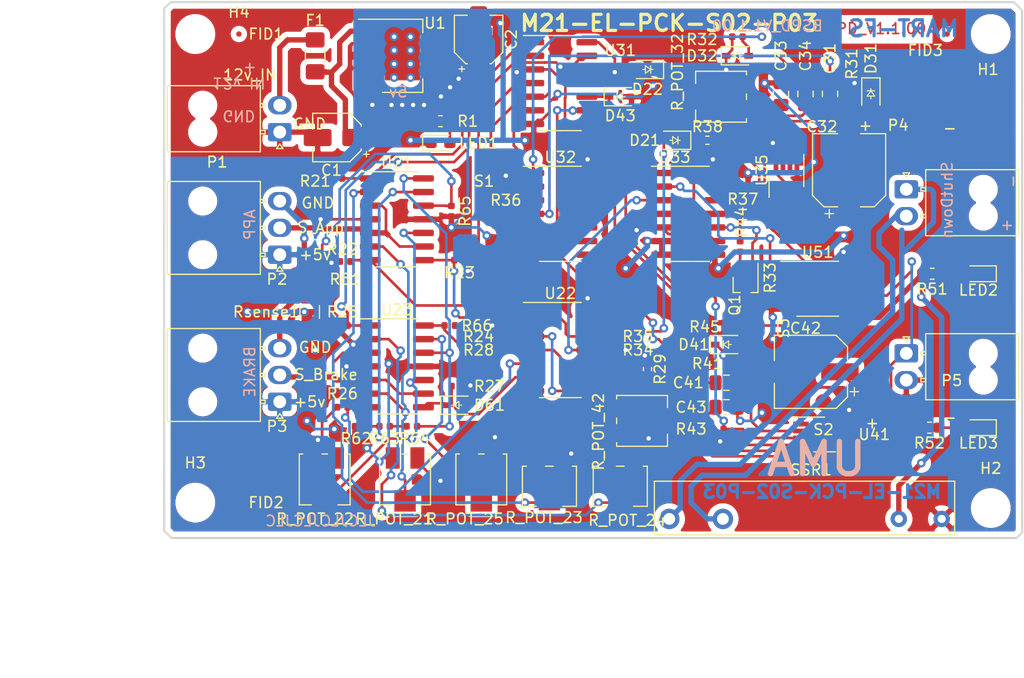
<source format=kicad_pcb>
(kicad_pcb (version 20171130) (host pcbnew "(5.1.10)-1")
  (layers (0 F.Cu signal) (31 B.Cu signal) (34 B.Paste user) (35 F.Paste user) (36 B.SilkS user) (37 F.SilkS user) (38 B.Mask user) (39 F.Mask user) (44 Edge.Cuts user))
  (net 0 "")
  (net 1 +12V)
  (net 2 GND)
  (net 3 +5V)
  (net 4 "Net-(C31-Pad2)")
  (net 5 "Net-(C31-Pad1)")
  (net 6 "Net-(C32-Pad1)")
  (net 7 "Net-(C33-Pad1)")
  (net 8 "Net-(C34-Pad2)")
  (net 9 555_Out)
  (net 10 "Net-(C41-Pad1)")
  (net 11 "Net-(C41-Pad2)")
  (net 12 "Net-(C42-Pad1)")
  (net 13 "Net-(C43-Pad1)")
  (net 14 "Net-(D21-Pad1)")
  (net 15 SC)
  (net 16 "Net-(D43-Pad1)")
  (net 17 "Net-(D61-Pad2)")
  (net 18 "Net-(D61-Pad1)")
  (net 19 "Net-(F1-Pad2)")
  (net 20 "Net-(LED1-Pad2)")
  (net 21 "Net-(LED2-Pad2)")
  (net 22 "Net-(LED3-Pad2)")
  (net 23 "Net-(P2-Pad2)")
  (net 24 "Net-(P2-Pad3)")
  (net 25 "Net-(P3-Pad2)")
  (net 26 "Net-(P4-Pad1)")
  (net 27 "Net-(P4-Pad2)")
  (net 28 "Net-(P5-Pad1)")
  (net 29 "Net-(Q1-Pad2)")
  (net 30 Reset)
  (net 31 V-Trig)
  (net 32 "Net-(R22-Pad2)")
  (net 33 "Net-(R23-Pad2)")
  (net 34 "Net-(R24-Pad2)")
  (net 35 V-Trig2)
  (net 36 "Net-(R26-Pad2)")
  (net 37 "Net-(R28-Pad2)")
  (net 38 "Net-(R34-Pad2)")
  (net 39 "Net-(R35-Pad2)")
  (net 40 "Net-(R36-Pad1)")
  (net 41 Autoreset_en)
  (net 42 "Net-(R51-Pad2)")
  (net 43 "Net-(R61-Pad1)")
  (net 44 "Net-(R62-Pad1)")
  (net 45 "Net-(R63-Pad1)")
  (net 46 C_Sens)
  (net 47 REF4.5V)
  (net 48 REF0.5V)
  (net 49 "Net-(R_POT_23-Pad2)")
  (net 50 "Net-(R_POT_24-Pad2)")
  (net 51 "Net-(R_POT_25-Pad2)")
  (net 52 Trigg)
  (net 53 "Net-(U31-Pad12)")
  (net 54 BSPD_Out)
  (net 55 Css_Out)
  (net 56 Timer2_Out)
  (net 57 "Net-(D22-Pad2)")
  (module MountingHole:MountingHole_2.7mm_M2.5_DIN965 (layer F.Cu) (at 88.9 29.972)
    (fp_text reference H4 (at 4.064 -2.032) (layer F.SilkS))
    (fp_text value MountingHole)
    (pad 1 np_thru_hole circle (at 0 0) (size 2.7 2.7) (drill 2.7) (layers *.Cu *.Mask))
  )
  (module MountingHole:MountingHole_2.7mm_M2.5_DIN965 (layer F.Cu) (at 88.9 73.66)
    (fp_text reference H3 (at 0 -3.7) (layer F.SilkS))
    (fp_text value MountingHole)
    (pad 1 np_thru_hole circle (at 0 0) (size 2.7 2.7) (drill 2.7) (layers *.Cu *.Mask))
  )
  (module MountingHole:MountingHole_2.7mm_M2.5_DIN965 (layer F.Cu) (at 163.068 74.168)
    (fp_text reference H2 (at 0 -3.7) (layer F.SilkS))
    (fp_text value MountingHole)
    (pad 1 np_thru_hole circle (at 0 0) (size 2.7 2.7) (drill 2.7) (layers *.Cu *.Mask))
  )
  (module MountingHole:MountingHole_2.7mm_M2.5_DIN965 (layer F.Cu) (at 163.068 29.972)
    (fp_text reference H1 (at -0.254 3.302) (layer F.SilkS))
    (fp_text value MountingHole)
    (pad 1 np_thru_hole circle (at 0 0) (size 2.7 2.7) (drill 2.7) (layers *.Cu *.Mask))
  )
  (module Package_TO_SOT_SMD:SOT-323_SC-70_Handsoldering (layer F.Cu) (at 140.208 53.34 270)
    (fp_text reference Q1 (at 1.905 1.016 90) (layer F.SilkS))
    (fp_text value PN2222A)
    (pad 3 smd rect (at 1.33 0 180) (size 0.45 1.5) (layers F.Cu F.Paste F.Mask) (net 16 "Net-(D43-Pad1)"))
    (pad 2 smd rect (at -1.33 0.65 180) (size 0.45 1.5) (layers F.Cu F.Paste F.Mask) (net 29 "Net-(Q1-Pad2)"))
    (pad 1 smd rect (at -1.33 -0.65 180) (size 0.45 1.5) (layers F.Cu F.Paste F.Mask) (net 30 Reset))
  )
  (module Connector_Molex:Molex_Nano-Fit_105313-xx03_1x03_P2.50mm_Horizontal (layer F.Cu) (at 96.774 50.546 180)
    (fp_text reference P2 (at 0.254 -2.286) (layer F.SilkS))
    (fp_text value Acelerador)
    (fp_text user +5v (at -3.302 0) (layer F.SilkS))
    (fp_text user S_App (at -3.81 2.54) (layer F.SilkS))
    (fp_text user GND (at -3.556 4.826) (layer F.SilkS))
    (pad "" np_thru_hole circle (at 7.18 5 180) (size 1.7 1.7) (drill 1.7) (layers *.Cu *.Mask))
    (pad "" np_thru_hole circle (at 7.18 0 180) (size 1.7 1.7) (drill 1.7) (layers *.Cu *.Mask))
    (pad 3 thru_hole oval (at 0 5 180) (size 2.2 1.7) (drill 1.2) (layers *.Cu *.Mask) (net 24 "Net-(P2-Pad3)"))
    (pad 2 thru_hole oval (at 0 2.5 180) (size 2.2 1.7) (drill 1.2) (layers *.Cu *.Mask) (net 23 "Net-(P2-Pad2)"))
    (pad 1 thru_hole roundrect (at 0 0 180) (size 2.2 1.7) (drill 1.2) (layers *.Cu *.Mask) (roundrect_rratio 0.1470588235294118) (net 3 +5V))
  )
  (module Connector_Molex:Molex_Nano-Fit_105313-xx03_1x03_P2.50mm_Horizontal (layer F.Cu) (at 96.774 64.262 180)
    (fp_text reference P3 (at 0.254 -2.286) (layer F.SilkS))
    (fp_text value Freno)
    (fp_text user +5v (at -2.794 0) (layer F.SilkS))
    (fp_text user S_Brake (at -4.318 2.54) (layer F.SilkS))
    (fp_text user GND (at -3.302 5.08) (layer F.SilkS))
    (pad "" np_thru_hole circle (at 7.18 5 180) (size 1.7 1.7) (drill 1.7) (layers *.Cu *.Mask))
    (pad "" np_thru_hole circle (at 7.18 0 180) (size 1.7 1.7) (drill 1.7) (layers *.Cu *.Mask))
    (pad 3 thru_hole oval (at 0 5 180) (size 2.2 1.7) (drill 1.2) (layers *.Cu *.Mask) (net 24 "Net-(P2-Pad3)"))
    (pad 2 thru_hole oval (at 0 2.5 180) (size 2.2 1.7) (drill 1.2) (layers *.Cu *.Mask) (net 25 "Net-(P3-Pad2)"))
    (pad 1 thru_hole roundrect (at 0 0 180) (size 2.2 1.7) (drill 1.2) (layers *.Cu *.Mask) (roundrect_rratio 0.1470588235294118) (net 3 +5V))
  )
  (module Connector_Molex:Molex_Nano-Fit_105313-xx02_1x02_P2.50mm_Horizontal (layer F.Cu) (at 155.194 59.7408)
    (fp_text reference P5 (at 4.2418 2.54) (layer F.SilkS))
    (fp_text value SCS_Connector)
    (fp_text user - (at 4.064 5.969) (layer F.SilkS))
    (fp_text user + (at -3.175 6.477) (layer F.SilkS))
    (pad "" np_thru_hole circle (at 7.18 2.5) (size 1.7 1.7) (drill 1.7) (layers *.Cu *.Mask))
    (pad "" np_thru_hole circle (at 7.18 0) (size 1.7 1.7) (drill 1.7) (layers *.Cu *.Mask))
    (pad 2 thru_hole oval (at 0 2.5) (size 2.2 1.7) (drill 1.2) (layers *.Cu *.Mask) (net 2 GND))
    (pad 1 thru_hole roundrect (at 0 0) (size 2.2 1.7) (drill 1.2) (layers *.Cu *.Mask) (roundrect_rratio 0.1470588235294118) (net 28 "Net-(P5-Pad1)"))
  )
  (module Connector_Molex:Molex_Nano-Fit_105313-xx02_1x02_P2.50mm_Horizontal (layer F.Cu) (at 155.194 44.45)
    (fp_text reference P4 (at -0.762 -5.969) (layer F.SilkS))
    (fp_text value BSPD_Connector)
    (fp_text user - (at 4.064 -5.715) (layer F.SilkS))
    (fp_text user + (at -3.81 -5.969) (layer F.SilkS))
    (pad "" np_thru_hole circle (at 7.18 2.5) (size 1.7 1.7) (drill 1.7) (layers *.Cu *.Mask))
    (pad "" np_thru_hole circle (at 7.18 0) (size 1.7 1.7) (drill 1.7) (layers *.Cu *.Mask))
    (pad 2 thru_hole oval (at 0 2.5) (size 2.2 1.7) (drill 1.2) (layers *.Cu *.Mask) (net 27 "Net-(P4-Pad2)"))
    (pad 1 thru_hole roundrect (at 0 0) (size 2.2 1.7) (drill 1.2) (layers *.Cu *.Mask) (roundrect_rratio 0.1470588235294118) (net 26 "Net-(P4-Pad1)"))
  )
  (module Connector_Molex:Molex_Nano-Fit_105313-xx02_1x02_P2.50mm_Horizontal (layer F.Cu) (at 96.774 39.116 180)
    (fp_text reference P1 (at 5.842 -2.794 180) (layer F.SilkS))
    (fp_text value 12V_Conector)
    (fp_text user 12v_IN (at 2.794 5.334) (layer F.SilkS))
    (fp_text user GND (at -2.794 0.762) (layer F.SilkS))
    (pad "" np_thru_hole circle (at 7.18 2.5 180) (size 1.7 1.7) (drill 1.7) (layers *.Cu *.Mask))
    (pad "" np_thru_hole circle (at 7.18 0 180) (size 1.7 1.7) (drill 1.7) (layers *.Cu *.Mask))
    (pad 2 thru_hole oval (at 0 2.5 180) (size 2.2 1.7) (drill 1.2) (layers *.Cu *.Mask) (net 19 "Net-(F1-Pad2)"))
    (pad 1 thru_hole roundrect (at 0 0 180) (size 2.2 1.7) (drill 1.2) (layers *.Cu *.Mask) (roundrect_rratio 0.1470588235294118) (net 2 GND))
  )
  (module Package_SO:VSSOP-8_3.0x3.0mm_P0.65mm (layer F.Cu) (at 147.574 67.31)
    (fp_text reference U41 (at 4.6355 0) (layer F.SilkS))
    (fp_text value LM555)
    (pad 8 smd rect (at 2.2 -0.975 270) (size 0.45 1.45) (layers F.Cu F.Paste F.Mask) (net 3 +5V))
    (pad 7 smd rect (at 2.2 -0.325 270) (size 0.45 1.45) (layers F.Cu F.Paste F.Mask) (net 12 "Net-(C42-Pad1)"))
    (pad 6 smd rect (at 2.2 0.325 270) (size 0.45 1.45) (layers F.Cu F.Paste F.Mask) (net 12 "Net-(C42-Pad1)"))
    (pad 5 smd rect (at 2.2 0.975 270) (size 0.45 1.45) (layers F.Cu F.Paste F.Mask) (net 13 "Net-(C43-Pad1)"))
    (pad 4 smd rect (at -2.2 0.975 270) (size 0.45 1.45) (layers F.Cu F.Paste F.Mask) (net 3 +5V))
    (pad 3 smd rect (at -2.2 0.325 270) (size 0.45 1.45) (layers F.Cu F.Paste F.Mask) (net 56 Timer2_Out))
    (pad 2 smd rect (at -2.2 -0.325 270) (size 0.45 1.45) (layers F.Cu F.Paste F.Mask) (net 10 "Net-(C41-Pad1)"))
    (pad 1 smd rect (at -2.2 -0.975 270) (size 0.45 1.45) (layers F.Cu F.Paste F.Mask) (net 2 GND))
  )
  (module Package_SO:VSSOP-8_3.0x3.0mm_P0.65mm (layer F.Cu) (at 144.018 44.196 270)
    (fp_text reference U35 (at -1.524 2.286 90) (layer F.SilkS))
    (fp_text value LM555)
    (pad 1 smd rect (at -2.2 -0.975 180) (size 0.45 1.45) (layers F.Cu F.Paste F.Mask) (net 2 GND))
    (pad 2 smd rect (at -2.2 -0.325 180) (size 0.45 1.45) (layers F.Cu F.Paste F.Mask) (net 5 "Net-(C31-Pad1)"))
    (pad 3 smd rect (at -2.2 0.325 180) (size 0.45 1.45) (layers F.Cu F.Paste F.Mask) (net 8 "Net-(C34-Pad2)"))
    (pad 4 smd rect (at -2.2 0.975 180) (size 0.45 1.45) (layers F.Cu F.Paste F.Mask) (net 3 +5V))
    (pad 5 smd rect (at 2.2 0.975 180) (size 0.45 1.45) (layers F.Cu F.Paste F.Mask) (net 7 "Net-(C33-Pad1)"))
    (pad 6 smd rect (at 2.2 0.325 180) (size 0.45 1.45) (layers F.Cu F.Paste F.Mask) (net 6 "Net-(C32-Pad1)"))
    (pad 7 smd rect (at 2.2 -0.325 180) (size 0.45 1.45) (layers F.Cu F.Paste F.Mask) (net 6 "Net-(C32-Pad1)"))
    (pad 8 smd rect (at 2.2 -0.975 180) (size 0.45 1.45) (layers F.Cu F.Paste F.Mask) (net 3 +5V))
  )
  (module MART:Cn48D05 (layer F.Cu) (at 146.304 74.168)
    (fp_text reference SSR1 (at 0 -3.556) (layer F.SilkS))
    (fp_text value Cn048D05)
    (pad 2 thru_hole circle (at 12.192 1.016) (size 1.524 1.524) (drill 0.762) (layers *.Cu *.Mask) (net 2 GND))
    (pad 1 thru_hole circle (at 8.192 1.016) (size 1.524 1.524) (drill 0.762) (layers *.Cu *.Mask) (net 42 "Net-(R51-Pad2)"))
    (pad 4 thru_hole circle (at -8.208 1.016) (size 1.9 1.9) (drill 1.1) (layers *.Cu *.Mask) (net 26 "Net-(P4-Pad1)"))
    (pad 3 thru_hole circle (at -13.208 1.016) (size 1.9 1.9) (drill 1.1) (layers *.Cu *.Mask) (net 27 "Net-(P4-Pad2)"))
  )
  (module MART:D_SOD-323 (layer F.Cu) (at 131.064 33.274 180)
    (fp_text reference D22 (at 0 -1.85) (layer F.SilkS))
    (fp_text value MMDL914)
    (pad 2 smd rect (at 1.05 0 180) (size 0.8 0.55) (layers F.Cu F.Paste F.Mask) (net 57 "Net-(D22-Pad2)"))
    (pad 1 smd rect (at -1.05 0 180) (size 0.8 0.55) (layers F.Cu F.Paste F.Mask) (net 14 "Net-(D21-Pad1)"))
  )
  (module MART:D_SOD-323 (layer F.Cu) (at 133.604 39.878 180)
    (fp_text reference D21 (at 2.794 0) (layer F.SilkS))
    (fp_text value MMDL914)
    (pad 2 smd rect (at 1.05 0 180) (size 0.8 0.55) (layers F.Cu F.Paste F.Mask) (net 15 SC))
    (pad 1 smd rect (at -1.05 0 180) (size 0.8 0.55) (layers F.Cu F.Paste F.Mask) (net 14 "Net-(D21-Pad1)"))
  )
  (module MART:D_SOD-323 (layer F.Cu) (at 151.892 35.56 270)
    (fp_text reference D31 (at -3.302 0 90) (layer F.SilkS))
    (fp_text value MMDL914)
    (pad 2 smd rect (at 1.05 0 270) (size 0.8 0.55) (layers F.Cu F.Paste F.Mask) (net 5 "Net-(C31-Pad1)"))
    (pad 1 smd rect (at -1.05 0 270) (size 0.8 0.55) (layers F.Cu F.Paste F.Mask) (net 3 +5V))
  )
  (module MART:D_SOD-323 (layer F.Cu) (at 139.446 32.004)
    (fp_text reference D32 (at -3.302 0) (layer F.SilkS))
    (fp_text value MMDL914)
    (pad 2 smd rect (at 1.05 0) (size 0.8 0.55) (layers F.Cu F.Paste F.Mask) (net 9 555_Out))
    (pad 1 smd rect (at -1.05 0) (size 0.8 0.55) (layers F.Cu F.Paste F.Mask) (net 3 +5V))
  )
  (module MART:D_SOD-323 (layer F.Cu) (at 138.43 58.928)
    (fp_text reference D41 (at -3.048 0) (layer F.SilkS))
    (fp_text value MMDL914)
    (pad 2 smd rect (at 1.05 0) (size 0.8 0.55) (layers F.Cu F.Paste F.Mask) (net 10 "Net-(C41-Pad1)"))
    (pad 1 smd rect (at -1.05 0) (size 0.8 0.55) (layers F.Cu F.Paste F.Mask) (net 3 +5V))
  )
  (module MART:D_SOD-323 (layer F.Cu) (at 128.524 35.814)
    (fp_text reference D43 (at 0 1.778) (layer F.SilkS))
    (fp_text value MMDL914)
    (pad 2 smd rect (at 1.05 0) (size 0.8 0.55) (layers F.Cu F.Paste F.Mask) (net 2 GND))
    (pad 1 smd rect (at -1.05 0) (size 0.8 0.55) (layers F.Cu F.Paste F.Mask) (net 16 "Net-(D43-Pad1)"))
  )
  (module MART:D_SOD-323 (layer F.Cu) (at 113.284 64.5795)
    (fp_text reference D61 (at 3.048 0) (layer F.SilkS))
    (fp_text value MMDL914)
    (pad 2 smd rect (at 1.05 0) (size 0.8 0.55) (layers F.Cu F.Paste F.Mask) (net 17 "Net-(D61-Pad2)"))
    (pad 1 smd rect (at -1.05 0) (size 0.8 0.55) (layers F.Cu F.Paste F.Mask) (net 18 "Net-(D61-Pad1)"))
  )
  (module MART:ScopePin (layer F.Cu) (at 141.224 57.404 90)
    (fp_text reference S3 (at 0 2.54 90) (layer F.SilkS))
    (fp_text value ScopePin)
    (pad 1 smd circle (at 0 0 90) (size 1.524 1.524) (layers F.Cu F.Paste F.Mask) (net 42 "Net-(R51-Pad2)"))
  )
  (module MART:ScopePin (layer F.Cu) (at 147.4724 64.3128)
    (fp_text reference S2 (at 0 2.54) (layer F.SilkS))
    (fp_text value ScopePin)
    (pad 1 smd circle (at 0 0) (size 1.524 1.524) (layers F.Cu F.Paste F.Mask) (net 56 Timer2_Out))
  )
  (module MART:ScopePin (layer F.Cu) (at 117.602 41.656)
    (fp_text reference S1 (at -1.778 2.032) (layer F.SilkS))
    (fp_text value ScopePin)
    (pad 1 smd circle (at 0 0) (size 1.524 1.524) (layers F.Cu F.Paste F.Mask) (net 52 Trigg))
  )
  (module Fiducial:Fiducial_0.5mm_Mask1.5mm (layer F.Cu) (at 159.004 29.972)
    (fp_text reference FID3 (at -2.032 1.524) (layer F.SilkS))
    (fp_text value Fiducial)
    (pad "" smd circle (at 0 0) (size 0.5 0.5) (layers F.Cu F.Mask) (clearance 0.5))
  )
  (module Fiducial:Fiducial_0.5mm_Mask1.5mm (layer F.Cu) (at 92.964 73.66)
    (fp_text reference FID2 (at 2.54 0) (layer F.SilkS))
    (fp_text value Fiducial)
    (pad "" smd circle (at 0 0) (size 0.5 0.5) (layers F.Cu F.Mask) (clearance 0.5))
  )
  (module Fiducial:Fiducial_0.5mm_Mask1.5mm (layer F.Cu) (at 92.964 29.972)
    (fp_text reference FID1 (at 2.54 0) (layer F.SilkS))
    (fp_text value Fiducial)
    (pad "" smd circle (at 0 0) (size 0.5 0.5) (layers F.Cu F.Mask) (clearance 0.5))
  )
  (module Resistor_SMD:R_0402_1005Metric (layer F.Cu) (at 136.652 39.878 180)
    (fp_text reference R38 (at 0 1.27) (layer F.SilkS))
    (fp_text value 150k)
    (pad 2 smd roundrect (at 0.51 0 180) (size 0.54 0.64) (layers F.Cu F.Paste F.Mask) (net 14 "Net-(D21-Pad1)"))
    (pad 1 smd roundrect (at -0.51 0 180) (size 0.54 0.64) (layers F.Cu F.Paste F.Mask) (net 2 GND))
  )
  (module Resistor_SMD:R_0402_1005Metric (layer F.Cu) (at 131.064 61.214 270)
    (fp_text reference R29 (at 0 -1.17 90) (layer F.SilkS))
    (fp_text value 20k)
    (pad 2 smd roundrect (at 0.51 0 270) (size 0.54 0.64) (layers F.Cu F.Paste F.Mask) (net 15 SC))
    (pad 1 smd roundrect (at -0.51 0 270) (size 0.54 0.64) (layers F.Cu F.Paste F.Mask) (net 3 +5V))
  )
  (module Capacitor_SMD:CP_Elec_4x5.4 (layer F.Cu) (at 115.316 30.48 90)
    (fp_text reference C2 (at 0 3.048 90) (layer F.SilkS))
    (fp_text value "220 uF")
    (pad 2 smd roundrect (at 1.8 0 90) (size 2.6 1.6) (layers F.Cu F.Paste F.Mask) (roundrect_rratio 0.15625) (net 2 GND))
    (pad 1 smd roundrect (at -1.8 0 90) (size 2.6 1.6) (layers F.Cu F.Paste F.Mask) (roundrect_rratio 0.15625) (net 3 +5V))
  )
  (module Capacitor_SMD:CP_Elec_4x5.4 (layer F.Cu) (at 102.108 39.624 180)
    (fp_text reference C1 (at 0.508 -3.048) (layer F.SilkS))
    (fp_text value 1u)
    (pad 1 smd roundrect (at -1.8 0 180) (size 2.6 1.6) (layers F.Cu F.Paste F.Mask) (roundrect_rratio 0.15625) (net 1 +12V))
    (pad 2 smd roundrect (at 1.8 0 180) (size 2.6 1.6) (layers F.Cu F.Paste F.Mask) (roundrect_rratio 0.15625) (net 2 GND))
  )
  (module Capacitor_SMD:C_0805_2012Metric_Pad1.15x1.40mm_HandSolder (layer F.Cu) (at 148.082 35.56 90)
    (fp_text reference C31 (at 3.302 0 90) (layer F.SilkS))
    (fp_text value 100n)
    (pad 2 smd roundrect (at 1.025 0 90) (size 1.15 1.4) (layers F.Cu F.Paste F.Mask) (roundrect_rratio 0.2173904347826087) (net 4 "Net-(C31-Pad2)"))
    (pad 1 smd roundrect (at -1.025 0 90) (size 1.15 1.4) (layers F.Cu F.Paste F.Mask) (roundrect_rratio 0.2173904347826087) (net 5 "Net-(C31-Pad1)"))
  )
  (module Capacitor_SMD:CP_Elec_6.3x7.7 (layer F.Cu) (at 149.86 42.672 90)
    (fp_text reference C32 (at 4.064 -2.54 180) (layer F.SilkS))
    (fp_text value 10u)
    (pad 2 smd roundrect (at 2.7 0 90) (size 3.5 1.6) (layers F.Cu F.Paste F.Mask) (roundrect_rratio 0.15625) (net 2 GND))
    (pad 1 smd roundrect (at -2.7 0 90) (size 3.5 1.6) (layers F.Cu F.Paste F.Mask) (roundrect_rratio 0.15625) (net 6 "Net-(C32-Pad1)"))
  )
  (module Capacitor_SMD:C_0805_2012Metric_Pad1.15x1.40mm_HandSolder (layer F.Cu) (at 143.51 35.56 90)
    (fp_text reference C33 (at 3.556 0 90) (layer F.SilkS))
    (fp_text value 100n)
    (pad 1 smd roundrect (at -1.025 0 90) (size 1.15 1.4) (layers F.Cu F.Paste F.Mask) (roundrect_rratio 0.2173904347826087) (net 7 "Net-(C33-Pad1)"))
    (pad 2 smd roundrect (at 1.025 0 90) (size 1.15 1.4) (layers F.Cu F.Paste F.Mask) (roundrect_rratio 0.2173904347826087) (net 2 GND))
  )
  (module Capacitor_SMD:C_0805_2012Metric_Pad1.15x1.40mm_HandSolder (layer F.Cu) (at 145.796 35.56 270)
    (fp_text reference C34 (at -3.556 0 90) (layer F.SilkS))
    (fp_text value 100n)
    (pad 2 smd roundrect (at 1.025 0 270) (size 1.15 1.4) (layers F.Cu F.Paste F.Mask) (roundrect_rratio 0.2173904347826087) (net 8 "Net-(C34-Pad2)"))
    (pad 1 smd roundrect (at -1.025 0 270) (size 1.15 1.4) (layers F.Cu F.Paste F.Mask) (roundrect_rratio 0.2173904347826087) (net 9 555_Out))
  )
  (module Capacitor_SMD:C_0805_2012Metric_Pad1.15x1.40mm_HandSolder (layer F.Cu) (at 138.43 62.484 180)
    (fp_text reference C41 (at 3.556 0) (layer F.SilkS))
    (fp_text value 100n)
    (pad 1 smd roundrect (at -1.025 0 180) (size 1.15 1.4) (layers F.Cu F.Paste F.Mask) (roundrect_rratio 0.2173904347826087) (net 10 "Net-(C41-Pad1)"))
    (pad 2 smd roundrect (at 1.025 0 180) (size 1.15 1.4) (layers F.Cu F.Paste F.Mask) (roundrect_rratio 0.2173904347826087) (net 11 "Net-(C41-Pad2)"))
  )
  (module Capacitor_SMD:CP_Elec_6.3x7.7 (layer F.Cu) (at 146.304 61.468 180)
    (fp_text reference C42 (at 0.508 4.064) (layer F.SilkS))
    (fp_text value 220u)
    (pad 1 smd roundrect (at -2.7 0 180) (size 3.5 1.6) (layers F.Cu F.Paste F.Mask) (roundrect_rratio 0.15625) (net 12 "Net-(C42-Pad1)"))
    (pad 2 smd roundrect (at 2.7 0 180) (size 3.5 1.6) (layers F.Cu F.Paste F.Mask) (roundrect_rratio 0.15625) (net 2 GND))
  )
  (module Capacitor_SMD:C_0805_2012Metric_Pad1.15x1.40mm_HandSolder (layer F.Cu) (at 138.43 64.77)
    (fp_text reference C43 (at -3.302 0) (layer F.SilkS))
    (fp_text value 100n)
    (pad 2 smd roundrect (at 1.025 0) (size 1.15 1.4) (layers F.Cu F.Paste F.Mask) (roundrect_rratio 0.2173904347826087) (net 2 GND))
    (pad 1 smd roundrect (at -1.025 0) (size 1.15 1.4) (layers F.Cu F.Paste F.Mask) (roundrect_rratio 0.2173904347826087) (net 13 "Net-(C43-Pad1)"))
  )
  (module Fuse:Fuse_1206_3216Metric_Pad1.42x1.75mm_HandSolder (layer F.Cu) (at 100.076 32.004 90)
    (fp_text reference F1 (at 3.302 0 180) (layer F.SilkS))
    (fp_text value Polyfuse)
    (pad 1 smd roundrect (at -1.4875 0 90) (size 1.425 1.75) (layers F.Cu F.Paste F.Mask) (roundrect_rratio 0.1754385964912281) (net 1 +12V))
    (pad 2 smd roundrect (at 1.4875 0 90) (size 1.425 1.75) (layers F.Cu F.Paste F.Mask) (roundrect_rratio 0.1754385964912281) (net 19 "Net-(F1-Pad2)"))
  )
  (module LED_SMD:LED_0603_1608Metric_Pad1.05x0.95mm_HandSolder (layer F.Cu) (at 111.76 40.132)
    (fp_text reference LED1 (at 3.556 0) (layer F.SilkS))
    (fp_text value G_On)
    (pad 1 smd roundrect (at -0.875 0) (size 1.05 0.95) (layers F.Cu F.Paste F.Mask) (net 2 GND))
    (pad 2 smd roundrect (at 0.875 0) (size 1.05 0.95) (layers F.Cu F.Paste F.Mask) (net 20 "Net-(LED1-Pad2)"))
  )
  (module LED_SMD:LED_0603_1608Metric_Pad1.05x0.95mm_HandSolder (layer F.Cu) (at 161.925 52.324 180)
    (fp_text reference LED2 (at 0 -1.524) (layer F.SilkS))
    (fp_text value G_BSPD)
    (pad 2 smd roundrect (at 0.875 0 180) (size 1.05 0.95) (layers F.Cu F.Paste F.Mask) (net 21 "Net-(LED2-Pad2)"))
    (pad 1 smd roundrect (at -0.875 0 180) (size 1.05 0.95) (layers F.Cu F.Paste F.Mask) (net 2 GND))
  )
  (module LED_SMD:LED_0603_1608Metric_Pad1.05x0.95mm_HandSolder (layer F.Cu) (at 161.925 66.675 180)
    (fp_text reference LED3 (at 0 -1.43) (layer F.SilkS))
    (fp_text value SCS)
    (pad 1 smd roundrect (at -0.875 0 180) (size 1.05 0.95) (layers F.Cu F.Paste F.Mask) (net 2 GND))
    (pad 2 smd roundrect (at 0.875 0 180) (size 1.05 0.95) (layers F.Cu F.Paste F.Mask) (net 22 "Net-(LED3-Pad2)"))
  )
  (module Resistor_SMD:R_0603_1608Metric_Pad1.05x0.95mm_HandSolder (layer F.Cu) (at 111.76 38.1 180)
    (fp_text reference R1 (at -2.54 0) (layer F.SilkS))
    (fp_text value 200)
    (pad 1 smd roundrect (at -0.875 0 180) (size 1.05 0.95) (layers F.Cu F.Paste F.Mask) (net 20 "Net-(LED1-Pad2)"))
    (pad 2 smd roundrect (at 0.875 0 180) (size 1.05 0.95) (layers F.Cu F.Paste F.Mask) (net 3 +5V))
  )
  (module Resistor_SMD:R_0402_1005Metric (layer F.Cu) (at 102.108 43.434)
    (fp_text reference R21 (at -2.032 0.254) (layer F.SilkS))
    (fp_text value 150k)
    (pad 1 smd roundrect (at -0.485 0) (size 0.59 0.64) (layers F.Cu F.Paste F.Mask) (net 3 +5V))
    (pad 2 smd roundrect (at 0.485 0) (size 0.59 0.64) (layers F.Cu F.Paste F.Mask) (net 31 V-Trig))
  )
  (module Resistor_SMD:R_0402_1005Metric (layer F.Cu) (at 102.87 51.181)
    (fp_text reference R22 (at -0.254 -1.143) (layer F.SilkS))
    (fp_text value 150k)
    (pad 2 smd roundrect (at 0.485 0) (size 0.59 0.64) (layers F.Cu F.Paste F.Mask) (net 32 "Net-(R22-Pad2)"))
    (pad 1 smd roundrect (at -0.485 0) (size 0.59 0.64) (layers F.Cu F.Paste F.Mask) (net 3 +5V))
  )
  (module Resistor_SMD:R_0402_1005Metric (layer F.Cu) (at 113.538 51.054 180)
    (fp_text reference R23 (at 0 -1.17) (layer F.SilkS))
    (fp_text value 150k)
    (pad 1 smd roundrect (at -0.485 0 180) (size 0.59 0.64) (layers F.Cu F.Paste F.Mask) (net 3 +5V))
    (pad 2 smd roundrect (at 0.485 0 180) (size 0.59 0.64) (layers F.Cu F.Paste F.Mask) (net 33 "Net-(R23-Pad2)"))
  )
  (module Resistor_SMD:R_0402_1005Metric (layer F.Cu) (at 117.856 58.166)
    (fp_text reference R24 (at -2.54 0) (layer F.SilkS))
    (fp_text value 150k)
    (pad 1 smd roundrect (at -0.485 0) (size 0.59 0.64) (layers F.Cu F.Paste F.Mask) (net 3 +5V))
    (pad 2 smd roundrect (at 0.485 0) (size 0.59 0.64) (layers F.Cu F.Paste F.Mask) (net 34 "Net-(R24-Pad2)"))
  )
  (module Resistor_SMD:R_0402_1005Metric (layer F.Cu) (at 102.616 57.15)
    (fp_text reference R25 (at 0 -1.27) (layer F.SilkS))
    (fp_text value 150k)
    (pad 1 smd roundrect (at -0.485 0) (size 0.59 0.64) (layers F.Cu F.Paste F.Mask) (net 3 +5V))
    (pad 2 smd roundrect (at 0.485 0) (size 0.59 0.64) (layers F.Cu F.Paste F.Mask) (net 35 V-Trig2))
  )
  (module Resistor_SMD:R_0402_1005Metric (layer F.Cu) (at 102.616 64.77)
    (fp_text reference R26 (at 0 -1.27) (layer F.SilkS))
    (fp_text value 150k)
    (pad 2 smd roundrect (at 0.485 0) (size 0.59 0.64) (layers F.Cu F.Paste F.Mask) (net 36 "Net-(R26-Pad2)"))
    (pad 1 smd roundrect (at -0.485 0) (size 0.59 0.64) (layers F.Cu F.Paste F.Mask) (net 3 +5V))
  )
  (module Resistor_SMD:R_0402_1005Metric (layer F.Cu) (at 113.284 62.8015 180)
    (fp_text reference R27 (at -3.048 0) (layer F.SilkS))
    (fp_text value 150k)
    (pad 1 smd roundrect (at -0.485 0 180) (size 0.59 0.64) (layers F.Cu F.Paste F.Mask) (net 3 +5V))
    (pad 2 smd roundrect (at 0.485 0 180) (size 0.59 0.64) (layers F.Cu F.Paste F.Mask) (net 18 "Net-(D61-Pad1)"))
  )
  (module Resistor_SMD:R_0402_1005Metric (layer F.Cu) (at 117.856 59.436)
    (fp_text reference R28 (at -2.54 0) (layer F.SilkS))
    (fp_text value 150k)
    (pad 2 smd roundrect (at 0.485 0) (size 0.59 0.64) (layers F.Cu F.Paste F.Mask) (net 37 "Net-(R28-Pad2)"))
    (pad 1 smd roundrect (at -0.485 0) (size 0.59 0.64) (layers F.Cu F.Paste F.Mask) (net 3 +5V))
  )
  (module Resistor_SMD:R_0402_1005Metric (layer F.Cu) (at 150.114 36.068 270)
    (fp_text reference R31 (at -3.302 0 90) (layer F.SilkS))
    (fp_text value 150k)
    (pad 2 smd roundrect (at 0.485 0 270) (size 0.59 0.64) (layers F.Cu F.Paste F.Mask) (net 5 "Net-(C31-Pad1)"))
    (pad 1 smd roundrect (at -0.485 0 270) (size 0.59 0.64) (layers F.Cu F.Paste F.Mask) (net 3 +5V))
  )
  (module Resistor_SMD:R_0402_1005Metric (layer F.Cu) (at 139.446 30.226)
    (fp_text reference R32 (at -3.302 0.254) (layer F.SilkS))
    (fp_text value 150k)
    (pad 1 smd roundrect (at -0.485 0) (size 0.59 0.64) (layers F.Cu F.Paste F.Mask) (net 3 +5V))
    (pad 2 smd roundrect (at 0.485 0) (size 0.59 0.64) (layers F.Cu F.Paste F.Mask) (net 9 555_Out))
  )
  (module Resistor_SMD:R_0402_1005Metric (layer F.Cu) (at 142.621 54.991 90)
    (fp_text reference R33 (at 2.286 -0.127 90) (layer F.SilkS))
    (fp_text value 150k)
    (pad 1 smd roundrect (at -0.485 0 90) (size 0.59 0.64) (layers F.Cu F.Paste F.Mask) (net 2 GND))
    (pad 2 smd roundrect (at 0.485 0 90) (size 0.59 0.64) (layers F.Cu F.Paste F.Mask) (net 54 BSPD_Out))
  )
  (module Resistor_SMD:R_0402_1005Metric (layer F.Cu) (at 127.889 59.436 180)
    (fp_text reference R34 (at -2.286 0) (layer F.SilkS))
    (fp_text value 150k)
    (pad 1 smd roundrect (at -0.485 0 180) (size 0.59 0.64) (layers F.Cu F.Paste F.Mask) (net 3 +5V))
    (pad 2 smd roundrect (at 0.485 0 180) (size 0.59 0.64) (layers F.Cu F.Paste F.Mask) (net 38 "Net-(R34-Pad2)"))
  )
  (module Resistor_SMD:R_0402_1005Metric (layer F.Cu) (at 127.889 58.166 180)
    (fp_text reference R35 (at -2.286 0) (layer F.SilkS))
    (fp_text value 150k)
    (pad 2 smd roundrect (at 0.485 0 180) (size 0.59 0.64) (layers F.Cu F.Paste F.Mask) (net 39 "Net-(R35-Pad2)"))
    (pad 1 smd roundrect (at -0.485 0 180) (size 0.59 0.64) (layers F.Cu F.Paste F.Mask) (net 3 +5V))
  )
  (module Resistor_SMD:R_0402_1005Metric (layer F.Cu) (at 118.11 44.196 180)
    (fp_text reference R36 (at 0.254 -1.27) (layer F.SilkS))
    (fp_text value 150k)
    (pad 2 smd roundrect (at 0.485 0 180) (size 0.59 0.64) (layers F.Cu F.Paste F.Mask) (net 3 +5V))
    (pad 1 smd roundrect (at -0.485 0 180) (size 0.59 0.64) (layers F.Cu F.Paste F.Mask) (net 40 "Net-(R36-Pad1)"))
  )
  (module Resistor_SMD:R_0402_1005Metric (layer F.Cu) (at 139.954 44.196 180)
    (fp_text reference R37 (at 0 -1.17) (layer F.SilkS))
    (fp_text value 150k)
    (pad 2 smd roundrect (at 0.485 0 180) (size 0.59 0.64) (layers F.Cu F.Paste F.Mask) (net 55 Css_Out))
    (pad 1 smd roundrect (at -0.485 0 180) (size 0.59 0.64) (layers F.Cu F.Paste F.Mask) (net 2 GND))
  )
  (module Resistor_SMD:R_0402_1005Metric (layer F.Cu) (at 138.938 60.706)
    (fp_text reference R41 (at -2.286 0) (layer F.SilkS))
    (fp_text value 150k)
    (pad 1 smd roundrect (at -0.485 0) (size 0.59 0.64) (layers F.Cu F.Paste F.Mask) (net 3 +5V))
    (pad 2 smd roundrect (at 0.485 0) (size 0.59 0.64) (layers F.Cu F.Paste F.Mask) (net 10 "Net-(C41-Pad1)"))
  )
  (module Resistor_SMD:R_0402_1005Metric (layer F.Cu) (at 137.668 66.802)
    (fp_text reference R43 (at -2.54 0) (layer F.SilkS))
    (fp_text value 150k)
    (pad 1 smd roundrect (at -0.485 0) (size 0.59 0.64) (layers F.Cu F.Paste F.Mask) (net 3 +5V))
    (pad 2 smd roundrect (at 0.485 0) (size 0.59 0.64) (layers F.Cu F.Paste F.Mask) (net 56 Timer2_Out))
  )
  (module Resistor_SMD:R_0402_1005Metric (layer F.Cu) (at 139.7 49.784 90)
    (fp_text reference R44 (at 2.286 0.127 90) (layer F.SilkS))
    (fp_text value 150k)
    (pad 2 smd roundrect (at 0.485 0 90) (size 0.59 0.64) (layers F.Cu F.Paste F.Mask) (net 41 Autoreset_en))
    (pad 1 smd roundrect (at -0.485 0 90) (size 0.59 0.64) (layers F.Cu F.Paste F.Mask) (net 29 "Net-(Q1-Pad2)"))
  )
  (module Resistor_SMD:R_0402_1005Metric (layer F.Cu) (at 138.684 56.896 180)
    (fp_text reference R45 (at 2.286 -0.381) (layer F.SilkS))
    (fp_text value 2k2)
    (pad 2 smd roundrect (at 0.485 0 180) (size 0.59 0.64) (layers F.Cu F.Paste F.Mask) (net 2 GND))
    (pad 1 smd roundrect (at -0.485 0 180) (size 0.59 0.64) (layers F.Cu F.Paste F.Mask) (net 30 Reset))
  )
  (module Resistor_SMD:R_0603_1608Metric_Pad1.05x0.95mm_HandSolder (layer F.Cu) (at 157.607 52.324 180)
    (fp_text reference R51 (at 0 -1.43) (layer F.SilkS))
    (fp_text value 200)
    (pad 1 smd roundrect (at -0.875 0 180) (size 1.05 0.95) (layers F.Cu F.Paste F.Mask) (net 21 "Net-(LED2-Pad2)"))
    (pad 2 smd roundrect (at 0.875 0 180) (size 1.05 0.95) (layers F.Cu F.Paste F.Mask) (net 42 "Net-(R51-Pad2)"))
  )
  (module Resistor_SMD:R_0603_1608Metric_Pad1.05x0.95mm_HandSolder (layer F.Cu) (at 157.353 66.675 180)
    (fp_text reference R52 (at 0 -1.43) (layer F.SilkS))
    (fp_text value 200)
    (pad 2 smd roundrect (at 0.875 0 180) (size 1.05 0.95) (layers F.Cu F.Paste F.Mask) (net 28 "Net-(P5-Pad1)"))
    (pad 1 smd roundrect (at -0.875 0 180) (size 1.05 0.95) (layers F.Cu F.Paste F.Mask) (net 22 "Net-(LED3-Pad2)"))
  )
  (module Resistor_SMD:R_0402_1005Metric (layer F.Cu) (at 100.584 52.832 180)
    (fp_text reference R61 (at -2.286 0) (layer F.SilkS))
    (fp_text value 2k2)
    (pad 2 smd roundrect (at 0.485 0 180) (size 0.59 0.64) (layers F.Cu F.Paste F.Mask) (net 24 "Net-(P2-Pad3)"))
    (pad 1 smd roundrect (at -0.485 0 180) (size 0.59 0.64) (layers F.Cu F.Paste F.Mask) (net 43 "Net-(R61-Pad1)"))
  )
  (module Resistor_SMD:R_0402_1005Metric (layer F.Cu) (at 104.267 66.548 180)
    (fp_text reference R62 (at 0.381 -1.143) (layer F.SilkS))
    (fp_text value 2k2)
    (pad 1 smd roundrect (at -0.485 0 180) (size 0.59 0.64) (layers F.Cu F.Paste F.Mask) (net 44 "Net-(R62-Pad1)"))
    (pad 2 smd roundrect (at 0.485 0 180) (size 0.59 0.64) (layers F.Cu F.Paste F.Mask) (net 2 GND))
  )
  (module Resistor_SMD:R_0402_1005Metric (layer F.Cu) (at 106.553 66.548 180)
    (fp_text reference R63 (at 0 -1.143) (layer F.SilkS))
    (fp_text value 20k)
    (pad 2 smd roundrect (at 0.485 0 180) (size 0.59 0.64) (layers F.Cu F.Paste F.Mask) (net 44 "Net-(R62-Pad1)"))
    (pad 1 smd roundrect (at -0.485 0 180) (size 0.59 0.64) (layers F.Cu F.Paste F.Mask) (net 45 "Net-(R63-Pad1)"))
  )
  (module Resistor_SMD:R_0402_1005Metric (layer F.Cu) (at 109.093 66.548 180)
    (fp_text reference R64 (at -0.254 -1.143) (layer F.SilkS))
    (fp_text value 0)
    (pad 2 smd roundrect (at 0.485 0 180) (size 0.59 0.64) (layers F.Cu F.Paste F.Mask) (net 45 "Net-(R63-Pad1)"))
    (pad 1 smd roundrect (at -0.485 0 180) (size 0.59 0.64) (layers F.Cu F.Paste F.Mask) (net 46 C_Sens))
  )
  (module Resistor_SMD:R_0402_1005Metric (layer F.Cu) (at 112.776 46.482 90)
    (fp_text reference R65 (at 0 1.27 90) (layer F.SilkS))
    (fp_text value 150k)
    (pad 1 smd roundrect (at -0.485 0 90) (size 0.59 0.64) (layers F.Cu F.Paste F.Mask) (net 2 GND))
    (pad 2 smd roundrect (at 0.485 0 90) (size 0.59 0.64) (layers F.Cu F.Paste F.Mask) (net 43 "Net-(R61-Pad1)"))
  )
  (module Resistor_SMD:R_0402_1005Metric (layer F.Cu) (at 112.626 57.15 180)
    (fp_text reference R66 (at -2.54 0) (layer F.SilkS))
    (fp_text value 150k)
    (pad 1 smd roundrect (at -0.485 0 180) (size 0.59 0.64) (layers F.Cu F.Paste F.Mask) (net 3 +5V))
    (pad 2 smd roundrect (at 0.485 0 180) (size 0.59 0.64) (layers F.Cu F.Paste F.Mask) (net 17 "Net-(D61-Pad2)"))
  )
  (module Potentiometer_SMD:Potentiometer_Bourns_3314J_Vertical (layer F.Cu) (at 108.458 71.501)
    (fp_text reference R_POT_21 (at -1.016 3.683 180) (layer F.SilkS))
    (fp_text value REF4.5v)
    (pad 1 smd rect (at 1.15 -2) (size 1.3 2) (layers F.Cu F.Paste F.Mask) (net 3 +5V))
    (pad 2 smd rect (at 0 2) (size 2 2) (layers F.Cu F.Paste F.Mask) (net 47 REF4.5V))
    (pad 3 smd rect (at -1.15 -2) (size 1.3 2) (layers F.Cu F.Paste F.Mask) (net 2 GND))
  )
  (module Potentiometer_SMD:Potentiometer_Bourns_3314J_Vertical (layer F.Cu) (at 100.965 71.501)
    (fp_text reference R_POT_22 (at -0.889 3.683 180) (layer F.SilkS))
    (fp_text value REF0.5v)
    (pad 1 smd rect (at 1.15 -2) (size 1.3 2) (layers F.Cu F.Paste F.Mask) (net 3 +5V))
    (pad 2 smd rect (at 0 2) (size 2 2) (layers F.Cu F.Paste F.Mask) (net 48 REF0.5V))
    (pad 3 smd rect (at -1.15 -2) (size 1.3 2) (layers F.Cu F.Paste F.Mask) (net 2 GND))
  )
  (module Potentiometer_SMD:Potentiometer_Bourns_3224W_Vertical (layer F.Cu) (at 121.92 72.136)
    (fp_text reference R_POT_23 (at -0.508 2.921 180) (layer F.SilkS))
    (fp_text value REF25%App)
    (pad 3 smd rect (at -1.25 -1.45) (size 1.3 1.6) (layers F.Cu F.Paste F.Mask) (net 2 GND))
    (pad 2 smd rect (at 0 1.45) (size 2 1.6) (layers F.Cu F.Paste F.Mask) (net 49 "Net-(R_POT_23-Pad2)"))
    (pad 1 smd rect (at 1.25 -1.45) (size 1.3 1.6) (layers F.Cu F.Paste F.Mask) (net 3 +5V))
  )
  (module Potentiometer_SMD:Potentiometer_Bourns_3224W_Vertical (layer F.Cu) (at 128.524 72.136)
    (fp_text reference R_POT_24 (at 0.635 3.175 180) (layer F.SilkS))
    (fp_text value REF_brake)
    (pad 1 smd rect (at 1.25 -1.45) (size 1.3 1.6) (layers F.Cu F.Paste F.Mask) (net 3 +5V))
    (pad 2 smd rect (at 0 1.45) (size 2 1.6) (layers F.Cu F.Paste F.Mask) (net 50 "Net-(R_POT_24-Pad2)"))
    (pad 3 smd rect (at -1.25 -1.45) (size 1.3 1.6) (layers F.Cu F.Paste F.Mask) (net 2 GND))
  )
  (module Potentiometer_SMD:Potentiometer_Bourns_3314J_Vertical (layer F.Cu) (at 115.57 71.501)
    (fp_text reference R_POT_25 (at -1.524 3.683 180) (layer F.SilkS))
    (fp_text value REF_C)
    (pad 1 smd rect (at 1.15 -2) (size 1.3 2) (layers F.Cu F.Paste F.Mask) (net 3 +5V))
    (pad 2 smd rect (at 0 2) (size 2 2) (layers F.Cu F.Paste F.Mask) (net 51 "Net-(R_POT_25-Pad2)"))
    (pad 3 smd rect (at -1.15 -2) (size 1.3 2) (layers F.Cu F.Paste F.Mask) (net 2 GND))
  )
  (module Potentiometer_SMD:Potentiometer_Bourns_3314J_Vertical (layer F.Cu) (at 137.922 35.814 270)
    (fp_text reference R_POT_32 (at -2.286 4.064 90) (layer F.SilkS))
    (fp_text value 45k)
    (pad 3 smd rect (at -1.15 -2 270) (size 1.3 2) (layers F.Cu F.Paste F.Mask))
    (pad 2 smd rect (at 0 2 270) (size 2 2) (layers F.Cu F.Paste F.Mask) (net 6 "Net-(C32-Pad1)"))
    (pad 1 smd rect (at 1.15 -2 270) (size 1.3 2) (layers F.Cu F.Paste F.Mask) (net 3 +5V))
  )
  (module Potentiometer_SMD:Potentiometer_Bourns_3314J_Vertical (layer F.Cu) (at 130.556 66.04 90)
    (fp_text reference R_POT_42 (at -1.016 -4.064 90) (layer F.SilkS))
    (fp_text value 45k)
    (pad 3 smd rect (at -1.15 -2 90) (size 1.3 2) (layers F.Cu F.Paste F.Mask))
    (pad 2 smd rect (at 0 2 90) (size 2 2) (layers F.Cu F.Paste F.Mask) (net 12 "Net-(C42-Pad1)"))
    (pad 1 smd rect (at 1.15 -2 90) (size 1.3 2) (layers F.Cu F.Paste F.Mask) (net 3 +5V))
  )
  (module Resistor_SMD:R_1206_3216Metric_Pad1.42x1.75mm_HandSolder (layer F.Cu) (at 99.568 55.88 90)
    (fp_text reference Rsense1 (at 0 -4.064) (layer F.SilkS))
    (fp_text value 0.5)
    (pad 1 smd roundrect (at -1.4875 0 90) (size 1.425 1.75) (layers F.Cu F.Paste F.Mask) (roundrect_rratio 0.1754385964912281) (net 2 GND))
    (pad 2 smd roundrect (at 1.4875 0 90) (size 1.425 1.75) (layers F.Cu F.Paste F.Mask) (roundrect_rratio 0.1754385964912281) (net 24 "Net-(P2-Pad3)"))
  )
  (module Package_TO_SOT_SMD:SOT-223 (layer F.Cu) (at 108.204 32.004)
    (fp_text reference U1 (at 3.048 -3.048) (layer F.SilkS))
    (fp_text value LM7805_TO220)
    (pad 4 smd rect (at 3.15 0) (size 2 3.8) (layers F.Cu F.Paste F.Mask) (thermal_gap 0.2))
    (pad 2 smd rect (at -3.15 0) (size 2 1.5) (layers F.Cu F.Paste F.Mask) (net 2 GND))
    (pad 3 smd rect (at -3.15 2.3) (size 2 1.5) (layers F.Cu F.Paste F.Mask) (net 3 +5V))
    (pad 1 smd rect (at -3.15 -2.3) (size 2 1.5) (layers F.Cu F.Paste F.Mask) (net 1 +12V))
  )
  (module Package_SO:SOIC-14_3.9x8.7mm_P1.27mm (layer F.Cu) (at 107.696 47.244)
    (fp_text reference U21 (at 0 -5.28) (layer F.SilkS))
    (fp_text value LM324)
    (pad 1 smd roundrect (at -2.475 -3.81) (size 1.95 0.6) (layers F.Cu F.Paste F.Mask) (net 31 V-Trig))
    (pad 2 smd roundrect (at -2.475 -2.54) (size 1.95 0.6) (layers F.Cu F.Paste F.Mask) (net 49 "Net-(R_POT_23-Pad2)"))
    (pad 3 smd roundrect (at -2.475 -1.27) (size 1.95 0.6) (layers F.Cu F.Paste F.Mask) (net 23 "Net-(P2-Pad2)"))
    (pad 4 smd roundrect (at -2.475 0) (size 1.95 0.6) (layers F.Cu F.Paste F.Mask) (net 3 +5V))
    (pad 5 smd roundrect (at -2.475 1.27) (size 1.95 0.6) (layers F.Cu F.Paste F.Mask) (net 23 "Net-(P2-Pad2)"))
    (pad 6 smd roundrect (at -2.475 2.54) (size 1.95 0.6) (layers F.Cu F.Paste F.Mask) (net 47 REF4.5V))
    (pad 7 smd roundrect (at -2.475 3.81) (size 1.95 0.6) (layers F.Cu F.Paste F.Mask) (net 32 "Net-(R22-Pad2)"))
    (pad 8 smd roundrect (at 2.475 3.81) (size 1.95 0.6) (layers F.Cu F.Paste F.Mask) (net 33 "Net-(R23-Pad2)"))
    (pad 9 smd roundrect (at 2.475 2.54) (size 1.95 0.6) (layers F.Cu F.Paste F.Mask) (net 23 "Net-(P2-Pad2)"))
    (pad 10 smd roundrect (at 2.475 1.27) (size 1.95 0.6) (layers F.Cu F.Paste F.Mask) (net 48 REF0.5V))
    (pad 11 smd roundrect (at 2.475 0) (size 1.95 0.6) (layers F.Cu F.Paste F.Mask) (net 2 GND))
    (pad 12 smd roundrect (at 2.475 -1.27) (size 1.95 0.6) (layers F.Cu F.Paste F.Mask) (net 43 "Net-(R61-Pad1)"))
    (pad 13 smd roundrect (at 2.475 -2.54) (size 1.95 0.6) (layers F.Cu F.Paste F.Mask) (net 44 "Net-(R62-Pad1)"))
    (pad 14 smd roundrect (at 2.475 -3.81) (size 1.95 0.6) (layers F.Cu F.Paste F.Mask) (net 46 C_Sens))
  )
  (module Package_SO:SOIC-14_3.9x8.7mm_P1.27mm (layer F.Cu) (at 122.936 59.436)
    (fp_text reference U22 (at 0 -5.28) (layer F.SilkS))
    (fp_text value 4071)
    (pad 1 smd roundrect (at -2.475 -3.81) (size 1.95 0.6) (layers F.Cu F.Paste F.Mask) (net 32 "Net-(R22-Pad2)"))
    (pad 2 smd roundrect (at -2.475 -2.54) (size 1.95 0.6) (layers F.Cu F.Paste F.Mask) (net 33 "Net-(R23-Pad2)"))
    (pad 3 smd roundrect (at -2.475 -1.27) (size 1.95 0.6) (layers F.Cu F.Paste F.Mask) (net 34 "Net-(R24-Pad2)"))
    (pad 4 smd roundrect (at -2.475 0) (size 1.95 0.6) (layers F.Cu F.Paste F.Mask) (net 37 "Net-(R28-Pad2)"))
    (pad 5 smd roundrect (at -2.475 1.27) (size 1.95 0.6) (layers F.Cu F.Paste F.Mask) (net 36 "Net-(R26-Pad2)"))
    (pad 6 smd roundrect (at -2.475 2.54) (size 1.95 0.6) (layers F.Cu F.Paste F.Mask) (net 18 "Net-(D61-Pad1)"))
    (pad 7 smd roundrect (at -2.475 3.81) (size 1.95 0.6) (layers F.Cu F.Paste F.Mask) (net 2 GND))
    (pad 8 smd roundrect (at 2.475 3.81) (size 1.95 0.6) (layers F.Cu F.Paste F.Mask) (net 34 "Net-(R24-Pad2)"))
    (pad 9 smd roundrect (at 2.475 2.54) (size 1.95 0.6) (layers F.Cu F.Paste F.Mask) (net 37 "Net-(R28-Pad2)"))
    (pad 10 smd roundrect (at 2.475 1.27) (size 1.95 0.6) (layers F.Cu F.Paste F.Mask) (net 15 SC))
    (pad 11 smd roundrect (at 2.475 0) (size 1.95 0.6) (layers F.Cu F.Paste F.Mask) (net 38 "Net-(R34-Pad2)"))
    (pad 12 smd roundrect (at 2.475 -1.27) (size 1.95 0.6) (layers F.Cu F.Paste F.Mask) (net 39 "Net-(R35-Pad2)"))
    (pad 13 smd roundrect (at 2.475 -2.54) (size 1.95 0.6) (layers F.Cu F.Paste F.Mask) (net 15 SC))
    (pad 14 smd roundrect (at 2.475 -3.81) (size 1.95 0.6) (layers F.Cu F.Paste F.Mask) (net 3 +5V))
  )
  (module Package_SO:SOIC-14_3.9x8.7mm_P1.27mm (layer F.Cu) (at 107.696 60.96)
    (fp_text reference U23 (at 0 -5.28) (layer F.SilkS))
    (fp_text value LM324)
    (pad 1 smd roundrect (at -2.475 -3.81) (size 1.95 0.6) (layers F.Cu F.Paste F.Mask) (net 35 V-Trig2))
    (pad 2 smd roundrect (at -2.475 -2.54) (size 1.95 0.6) (layers F.Cu F.Paste F.Mask) (net 50 "Net-(R_POT_24-Pad2)"))
    (pad 3 smd roundrect (at -2.475 -1.27) (size 1.95 0.6) (layers F.Cu F.Paste F.Mask) (net 25 "Net-(P3-Pad2)"))
    (pad 4 smd roundrect (at -2.475 0) (size 1.95 0.6) (layers F.Cu F.Paste F.Mask) (net 3 +5V))
    (pad 5 smd roundrect (at -2.475 1.27) (size 1.95 0.6) (layers F.Cu F.Paste F.Mask) (net 25 "Net-(P3-Pad2)"))
    (pad 6 smd roundrect (at -2.475 2.54) (size 1.95 0.6) (layers F.Cu F.Paste F.Mask) (net 47 REF4.5V))
    (pad 7 smd roundrect (at -2.475 3.81) (size 1.95 0.6) (layers F.Cu F.Paste F.Mask) (net 36 "Net-(R26-Pad2)"))
    (pad 8 smd roundrect (at 2.475 3.81) (size 1.95 0.6) (layers F.Cu F.Paste F.Mask) (net 18 "Net-(D61-Pad1)"))
    (pad 9 smd roundrect (at 2.475 2.54) (size 1.95 0.6) (layers F.Cu F.Paste F.Mask) (net 25 "Net-(P3-Pad2)"))
    (pad 10 smd roundrect (at 2.475 1.27) (size 1.95 0.6) (layers F.Cu F.Paste F.Mask) (net 48 REF0.5V))
    (pad 11 smd roundrect (at 2.475 0) (size 1.95 0.6) (layers F.Cu F.Paste F.Mask) (net 2 GND))
    (pad 12 smd roundrect (at 2.475 -1.27) (size 1.95 0.6) (layers F.Cu F.Paste F.Mask) (net 46 C_Sens))
    (pad 13 smd roundrect (at 2.475 -2.54) (size 1.95 0.6) (layers F.Cu F.Paste F.Mask) (net 51 "Net-(R_POT_25-Pad2)"))
    (pad 14 smd roundrect (at 2.475 -3.81) (size 1.95 0.6) (layers F.Cu F.Paste F.Mask) (net 17 "Net-(D61-Pad2)"))
  )
  (module Package_SO:SOIC-14_3.9x8.7mm_P1.27mm (layer F.Cu) (at 122.936 34.544)
    (fp_text reference U31 (at 5.588 -3.048) (layer F.SilkS))
    (fp_text value 4081)
    (pad 14 smd roundrect (at 2.475 -3.81) (size 1.95 0.6) (layers F.Cu F.Paste F.Mask) (net 3 +5V))
    (pad 13 smd roundrect (at 2.475 -2.54) (size 1.95 0.6) (layers F.Cu F.Paste F.Mask) (net 52 Trigg))
    (pad 12 smd roundrect (at 2.475 -1.27) (size 1.95 0.6) (layers F.Cu F.Paste F.Mask) (net 53 "Net-(U31-Pad12)"))
    (pad 11 smd roundrect (at 2.475 0) (size 1.95 0.6) (layers F.Cu F.Paste F.Mask) (net 57 "Net-(D22-Pad2)"))
    (pad 10 smd roundrect (at 2.475 1.27) (size 1.95 0.6) (layers F.Cu F.Paste F.Mask) (net 16 "Net-(D43-Pad1)"))
    (pad 9 smd roundrect (at 2.475 2.54) (size 1.95 0.6) (layers F.Cu F.Paste F.Mask) (net 11 "Net-(C41-Pad2)"))
    (pad 8 smd roundrect (at 2.475 3.81) (size 1.95 0.6) (layers F.Cu F.Paste F.Mask) (net 56 Timer2_Out))
    (pad 7 smd roundrect (at -2.475 3.81) (size 1.95 0.6) (layers F.Cu F.Paste F.Mask) (net 2 GND))
    (pad 6 smd roundrect (at -2.475 2.54) (size 1.95 0.6) (layers F.Cu F.Paste F.Mask) (net 40 "Net-(R36-Pad1)"))
    (pad 5 smd roundrect (at -2.475 1.27) (size 1.95 0.6) (layers F.Cu F.Paste F.Mask) (net 52 Trigg))
    (pad 4 smd roundrect (at -2.475 0) (size 1.95 0.6) (layers F.Cu F.Paste F.Mask) (net 39 "Net-(R35-Pad2)"))
    (pad 3 smd roundrect (at -2.475 -1.27) (size 1.95 0.6) (layers F.Cu F.Paste F.Mask) (net 52 Trigg))
    (pad 2 smd roundrect (at -2.475 -2.54) (size 1.95 0.6) (layers F.Cu F.Paste F.Mask) (net 35 V-Trig2))
    (pad 1 smd roundrect (at -2.475 -3.81) (size 1.95 0.6) (layers F.Cu F.Paste F.Mask) (net 31 V-Trig))
  )
  (module Package_SO:SOIC-14_3.9x8.7mm_P1.27mm (layer F.Cu) (at 122.936 46.736)
    (fp_text reference U32 (at 0 -5.28) (layer F.SilkS))
    (fp_text value 4069)
    (pad 14 smd roundrect (at 2.475 -3.81) (size 1.95 0.6) (layers F.Cu F.Paste F.Mask) (net 3 +5V))
    (pad 13 smd roundrect (at 2.475 -2.54) (size 1.95 0.6) (layers F.Cu F.Paste F.Mask) (net 56 Timer2_Out))
    (pad 12 smd roundrect (at 2.475 -1.27) (size 1.95 0.6) (layers F.Cu F.Paste F.Mask) (net 53 "Net-(U31-Pad12)"))
    (pad 11 smd roundrect (at 2.475 0) (size 1.95 0.6) (layers F.Cu F.Paste F.Mask))
    (pad 10 smd roundrect (at 2.475 1.27) (size 1.95 0.6) (layers F.Cu F.Paste F.Mask))
    (pad 9 smd roundrect (at 2.475 2.54) (size 1.95 0.6) (layers F.Cu F.Paste F.Mask))
    (pad 8 smd roundrect (at 2.475 3.81) (size 1.95 0.6) (layers F.Cu F.Paste F.Mask))
    (pad 7 smd roundrect (at -2.475 3.81) (size 1.95 0.6) (layers F.Cu F.Paste F.Mask) (net 2 GND))
    (pad 6 smd roundrect (at -2.475 2.54) (size 1.95 0.6) (layers F.Cu F.Paste F.Mask) (net 11 "Net-(C41-Pad2)"))
    (pad 5 smd roundrect (at -2.475 1.27) (size 1.95 0.6) (layers F.Cu F.Paste F.Mask) (net 52 Trigg))
    (pad 4 smd roundrect (at -2.475 0) (size 1.95 0.6) (layers F.Cu F.Paste F.Mask) (net 4 "Net-(C31-Pad2)"))
    (pad 3 smd roundrect (at -2.475 -1.27) (size 1.95 0.6) (layers F.Cu F.Paste F.Mask) (net 52 Trigg))
    (pad 2 smd roundrect (at -2.475 -2.54) (size 1.95 0.6) (layers F.Cu F.Paste F.Mask) (net 40 "Net-(R36-Pad1)"))
    (pad 1 smd roundrect (at -2.475 -3.81) (size 1.95 0.6) (layers F.Cu F.Paste F.Mask) (net 9 555_Out))
  )
  (module Package_SO:SOIC-14_3.9x8.7mm_P1.27mm (layer F.Cu) (at 134.874 46.736)
    (fp_text reference U33 (at -1.27 -5.28) (layer F.SilkS))
    (fp_text value 4013)
    (pad 14 smd roundrect (at 2.475 -3.81) (size 1.95 0.6) (layers F.Cu F.Paste F.Mask) (net 3 +5V))
    (pad 13 smd roundrect (at 2.475 -2.54) (size 1.95 0.6) (layers F.Cu F.Paste F.Mask) (net 55 Css_Out))
    (pad 12 smd roundrect (at 2.475 -1.27) (size 1.95 0.6) (layers F.Cu F.Paste F.Mask) (net 41 Autoreset_en))
    (pad 11 smd roundrect (at 2.475 0) (size 1.95 0.6) (layers F.Cu F.Paste F.Mask) (net 14 "Net-(D21-Pad1)"))
    (pad 10 smd roundrect (at 2.475 1.27) (size 1.95 0.6) (layers F.Cu F.Paste F.Mask) (net 30 Reset))
    (pad 9 smd roundrect (at 2.475 2.54) (size 1.95 0.6) (layers F.Cu F.Paste F.Mask) (net 3 +5V))
    (pad 8 smd roundrect (at 2.475 3.81) (size 1.95 0.6) (layers F.Cu F.Paste F.Mask) (net 2 GND))
    (pad 7 smd roundrect (at -2.475 3.81) (size 1.95 0.6) (layers F.Cu F.Paste F.Mask) (net 2 GND))
    (pad 6 smd roundrect (at -2.475 2.54) (size 1.95 0.6) (layers F.Cu F.Paste F.Mask) (net 2 GND))
    (pad 5 smd roundrect (at -2.475 1.27) (size 1.95 0.6) (layers F.Cu F.Paste F.Mask) (net 3 +5V))
    (pad 4 smd roundrect (at -2.475 0) (size 1.95 0.6) (layers F.Cu F.Paste F.Mask) (net 30 Reset))
    (pad 3 smd roundrect (at -2.475 -1.27) (size 1.95 0.6) (layers F.Cu F.Paste F.Mask) (net 38 "Net-(R34-Pad2)"))
    (pad 2 smd roundrect (at -2.475 -2.54) (size 1.95 0.6) (layers F.Cu F.Paste F.Mask) (net 54 BSPD_Out))
    (pad 1 smd roundrect (at -2.475 -3.81) (size 1.95 0.6) (layers F.Cu F.Paste F.Mask))
  )
  (module Package_SO:SOIC-8_3.9x4.9mm_P1.27mm (layer F.Cu) (at 146.939 53.721)
    (fp_text reference U51 (at 0 -3.4) (layer F.SilkS))
    (fp_text value LM358)
    (pad 1 smd roundrect (at -2.475 -1.905) (size 1.95 0.6) (layers F.Cu F.Paste F.Mask) (net 42 "Net-(R51-Pad2)"))
    (pad 2 smd roundrect (at -2.475 -0.635) (size 1.95 0.6) (layers F.Cu F.Paste F.Mask) (net 42 "Net-(R51-Pad2)"))
    (pad 3 smd roundrect (at -2.475 0.635) (size 1.95 0.6) (layers F.Cu F.Paste F.Mask) (net 54 BSPD_Out))
    (pad 4 smd roundrect (at -2.475 1.905) (size 1.95 0.6) (layers F.Cu F.Paste F.Mask) (net 2 GND))
    (pad 5 smd roundrect (at 2.475 1.905) (size 1.95 0.6) (layers F.Cu F.Paste F.Mask) (net 55 Css_Out))
    (pad 6 smd roundrect (at 2.475 0.635) (size 1.95 0.6) (layers F.Cu F.Paste F.Mask) (net 28 "Net-(P5-Pad1)"))
    (pad 7 smd roundrect (at 2.475 -0.635) (size 1.95 0.6) (layers F.Cu F.Paste F.Mask) (net 28 "Net-(P5-Pad1)"))
    (pad 8 smd roundrect (at 2.475 -1.905) (size 1.95 0.6) (layers F.Cu F.Paste F.Mask) (net 3 +5V))
  )
  (gr_line (start 86.614 27) (end 86.0044 27.5844) (layer Edge.Cuts) (width 0.2))
  (gr_line (start 86 76.3016) (end 86.6775 76.962) (layer Edge.Cuts) (width 0.2))
  (gr_text UMA (at 146.812 69.596) (layer B.SilkS) (effects (font (size 3 3) (thickness 0.5)) (justify mirror)))
  (gr_text JLCJLCJLCJLC (at 100.584 75.3745) (layer B.SilkS) (effects (font (size 1 1)) (justify mirror)))
  (gr_text 5v (at 107.823 35.3695) (layer B.SilkS) (effects (font (size 1 1)) (justify mirror)))
  (gr_text GND (at 92.964 37.592 180) (layer B.SilkS) (effects (font (size 1 1)) (justify mirror)))
  (gr_text - (at 165.1 43.688 90) (layer B.SilkS) (effects (font (size 1 1)) (justify mirror)))
  (gr_text + (at 164.592 47.752) (layer B.SilkS) (effects (font (size 1 1)) (justify mirror)))
  (gr_text ShutDown (at 159.004 45.466 90) (layer B.SilkS) (effects (font (size 1 1)) (justify mirror)))
  (gr_text BRAKE (at 93.98 61.468 90) (layer B.SilkS) (effects (font (size 1 1)) (justify mirror)))
  (gr_text APP (at 93.98 47.752 90) (layer B.SilkS) (effects (font (size 1 1)) (justify mirror)))
  (gr_text + (at 93.98 33.02) (layer B.SilkS) (effects (font (size 1 1)) (justify mirror)))
  (gr_text "12v IN" (at 92.964 34.544 180) (layer B.SilkS) (effects (font (size 1 1)) (justify mirror)))
  (gr_text BSPD_V1.1.00 (at 142.24 29.21) (layer B.SilkS) (effects (font (size 1 1)) (justify mirror)))
  (gr_text MART-FS (at 154.94 29.464) (layer B.Cu) (effects (font (size 1.5 1.5) (thickness 0.3)) (justify mirror)))
  (gr_text M21-EL-PCK-S02-P03 (at 147.32 72.644) (layer B.Cu) (effects (font (size 1.2 1.2) (thickness 0.3)) (justify mirror)))
  (gr_text M21-EL-PCK-S02-P03 (at 133.096 28.956) (layer F.SilkS) (effects (font (size 1.5 1.5) (thickness 0.3))))
  (gr_text BSPD_V1.1.00 (at 151.892 29.464) (layer F.Cu) (effects (font (size 1 1))))
  (gr_line (start 86.0044 27.5844) (end 86 76.3016) (layer Edge.Cuts) (width 0.2))
  (gr_line (start 166 76.454) (end 165.4937 76.962) (layer Edge.Cuts) (width 0.2))
  (gr_line (start 86.614 27) (end 165.227 27) (layer Edge.Cuts) (width 0.2))
  (gr_line (start 86.6775 76.962) (end 165.4937 76.962) (layer Edge.Cuts) (width 0.2))
  (gr_line (start 165.989 27.762) (end 166 76.454) (layer Edge.Cuts) (width 0.2))
  (gr_line (start 165.227 27) (end 165.989 27.762) (layer Edge.Cuts) (width 0.2))
  (segment (start 103.392 29.704) (end 105.054 29.704) (width 0.5) (layer F.Cu) (net 1))
  (segment (start 101.051 33.4915) (end 101.0875 33.528) (width 0.5) (layer F.Cu) (net 1))
  (segment (start 100.076 33.4915) (end 101.051 33.4915) (width 0.5) (layer F.Cu) (net 1))
  (segment (start 101.0875 33.528) (end 101.6 33.528) (width 0.5) (layer F.Cu) (net 1))
  (segment (start 101.6 33.528) (end 102.362 32.766) (width 0.5) (layer F.Cu) (net 1))
  (segment (start 102.362 32.766) (end 102.362 30.734) (width 0.5) (layer F.Cu) (net 1))
  (segment (start 102.362 30.734) (end 103.392 29.704) (width 0.5) (layer F.Cu) (net 1))
  (segment (start 102.892 36.09) (end 102.892 39.116) (width 0.5) (layer F.Cu) (net 1))
  (segment (start 101.6 33.528) (end 101.6 34.798) (width 0.5) (layer F.Cu) (net 1))
  (segment (start 101.6 34.798) (end 102.892 36.09) (width 0.5) (layer F.Cu) (net 1))
  (via (at 107.442 30.226) (size 0.8) (drill 0.4) (layers F.Cu B.Cu) (net 2))
  (via (at 108.966 30.226) (size 0.8) (drill 0.4) (layers F.Cu B.Cu) (net 2))
  (via (at 108.966 31.496) (size 0.8) (drill 0.4) (layers F.Cu B.Cu) (net 2))
  (via (at 108.966 32.766) (size 0.8) (drill 0.4) (layers F.Cu B.Cu) (net 2))
  (via (at 108.966 34.036) (size 0.8) (drill 0.4) (layers F.Cu B.Cu) (net 2))
  (via (at 107.442 34.036) (size 0.8) (drill 0.4) (layers F.Cu B.Cu) (net 2))
  (via (at 107.442 32.766) (size 0.8) (drill 0.4) (layers F.Cu B.Cu) (net 2))
  (via (at 107.442 31.496) (size 0.8) (drill 0.4) (layers F.Cu B.Cu) (net 2))
  (via (at 119.634 39.878) (size 0.8) (drill 0.4) (layers F.Cu B.Cu) (net 2))
  (segment (start 120.461 38.354) (end 120.461 39.051) (width 0.25) (layer F.Cu) (net 2))
  (segment (start 120.461 39.051) (end 119.634 39.878) (width 0.25) (layer F.Cu) (net 2))
  (via (at 108.966 39.878) (size 0.8) (drill 0.4) (layers F.Cu B.Cu) (net 2))
  (via (at 141.986 34.544) (size 0.8) (drill 0.4) (layers F.Cu B.Cu) (net 2))
  (segment (start 143.51 34.535) (end 141.995 34.535) (width 0.25) (layer F.Cu) (net 2))
  (segment (start 141.995 34.535) (end 141.986 34.544) (width 0.25) (layer F.Cu) (net 2))
  (via (at 146.558 41.91) (size 0.8) (drill 0.4) (layers F.Cu B.Cu) (net 2))
  (segment (start 141.986 34.544) (end 146.558 39.116) (width 0.25) (layer B.Cu) (net 2))
  (segment (start 146.558 39.116) (end 146.558 41.91) (width 0.25) (layer B.Cu) (net 2))
  (segment (start 145.079 41.91) (end 144.993 41.996) (width 0.25) (layer F.Cu) (net 2))
  (segment (start 146.558 41.91) (end 145.079 41.91) (width 0.25) (layer F.Cu) (net 2))
  (via (at 139.7 66.04) (size 0.8) (drill 0.4) (layers F.Cu B.Cu) (net 2))
  (segment (start 139.455 64.77) (end 139.455 65.795) (width 0.25) (layer F.Cu) (net 2))
  (segment (start 139.455 65.795) (end 139.7 66.04) (width 0.25) (layer F.Cu) (net 2))
  (via (at 141.732 65.278) (size 0.8) (drill 0.4) (layers F.Cu B.Cu) (net 2))
  (segment (start 139.7 66.04) (end 140.97 66.04) (width 0.25) (layer B.Cu) (net 2))
  (segment (start 140.97 66.04) (end 141.732 65.278) (width 0.25) (layer B.Cu) (net 2))
  (segment (start 143.604 63.406) (end 143.604 61.468) (width 0.25) (layer F.Cu) (net 2))
  (segment (start 141.732 65.278) (end 143.604 63.406) (width 0.25) (layer F.Cu) (net 2))
  (segment (start 137.414 50.611) (end 137.349 50.546) (width 0.25) (layer F.Cu) (net 2))
  (segment (start 137.414 52.832) (end 137.414 50.611) (width 0.25) (layer F.Cu) (net 2))
  (via (at 99.314 66.04) (size 0.8) (drill 0.4) (layers F.Cu B.Cu) (net 2))
  (via (at 101.854 66.802) (size 0.8) (drill 0.4) (layers F.Cu B.Cu) (net 2))
  (segment (start 100.076 66.802) (end 101.854 66.802) (width 0.25) (layer B.Cu) (net 2))
  (segment (start 99.314 66.04) (end 100.076 66.802) (width 0.25) (layer B.Cu) (net 2))
  (segment (start 103.782 67.414) (end 103.782 66.548) (width 0.25) (layer F.Cu) (net 2))
  (segment (start 103.632 67.564) (end 103.782 67.414) (width 0.25) (layer F.Cu) (net 2))
  (segment (start 101.854 66.802) (end 102.616 67.564) (width 0.25) (layer F.Cu) (net 2))
  (segment (start 102.616 67.564) (end 103.632 67.564) (width 0.25) (layer F.Cu) (net 2))
  (segment (start 106.408 69.501) (end 106.059 69.85) (width 0.25) (layer F.Cu) (net 2))
  (segment (start 107.308 69.501) (end 106.408 69.501) (width 0.25) (layer F.Cu) (net 2))
  (via (at 106.059 69.85) (size 0.8) (drill 0.4) (layers F.Cu B.Cu) (net 2))
  (via (at 104.902 68.58) (size 0.8) (drill 0.4) (layers F.Cu B.Cu) (net 2))
  (segment (start 106.059 69.85) (end 106.059 69.737) (width 0.25) (layer B.Cu) (net 2))
  (segment (start 106.059 69.737) (end 104.902 68.58) (width 0.25) (layer B.Cu) (net 2))
  (segment (start 103.782 67.46) (end 103.782 66.548) (width 0.25) (layer F.Cu) (net 2))
  (segment (start 104.902 68.58) (end 103.782 67.46) (width 0.25) (layer F.Cu) (net 2))
  (via (at 106.934 60.706) (size 0.8) (drill 0.4) (layers F.Cu B.Cu) (net 2))
  (segment (start 107.188 60.96) (end 106.934 60.706) (width 0.5) (layer F.Cu) (net 2))
  (segment (start 110.171 60.96) (end 107.188 60.96) (width 0.5) (layer F.Cu) (net 2))
  (segment (start 106.934 68.975) (end 106.059 69.85) (width 0.25) (layer B.Cu) (net 2))
  (segment (start 106.934 60.706) (end 106.934 68.975) (width 0.25) (layer B.Cu) (net 2))
  (segment (start 114.3 46.482) (end 112.776 48.006) (width 0.25) (layer B.Cu) (net 2))
  (segment (start 114.3 39.878) (end 114.3 46.482) (width 0.25) (layer B.Cu) (net 2))
  (segment (start 114.3 39.878) (end 108.966 39.878) (width 0.25) (layer B.Cu) (net 2))
  (via (at 112.776 48.006) (size 0.8) (drill 0.4) (layers F.Cu B.Cu) (net 2))
  (segment (start 119.634 39.878) (end 114.3 39.878) (width 0.25) (layer B.Cu) (net 2))
  (segment (start 112.776 48.006) (end 112.776 46.967) (width 0.25) (layer F.Cu) (net 2))
  (segment (start 121.208478 37.98329) (end 121.92 37.271768) (width 0.25) (layer F.Cu) (net 2))
  (segment (start 120.461 38.354) (end 120.83171 37.98329) (width 0.25) (layer F.Cu) (net 2))
  (segment (start 120.83171 37.98329) (end 121.208478 37.98329) (width 0.25) (layer F.Cu) (net 2))
  (segment (start 121.92 36.322) (end 122.682 35.56) (width 0.25) (layer F.Cu) (net 2))
  (segment (start 121.92 37.271768) (end 121.92 36.322) (width 0.25) (layer F.Cu) (net 2))
  (via (at 122.682 35.56) (size 0.8) (drill 0.4) (layers F.Cu B.Cu) (net 2))
  (via (at 128.524 35.814) (size 0.8) (drill 0.4) (layers F.Cu B.Cu) (net 2))
  (segment (start 122.682 35.56) (end 128.27 35.56) (width 0.25) (layer B.Cu) (net 2))
  (segment (start 128.27 35.56) (end 128.524 35.814) (width 0.25) (layer B.Cu) (net 2))
  (segment (start 128.524 35.814) (end 129.574 35.814) (width 0.25) (layer F.Cu) (net 2))
  (via (at 116.078 48.768) (size 0.8) (drill 0.4) (layers F.Cu B.Cu) (net 2))
  (segment (start 112.776 48.006) (end 115.316 48.006) (width 0.25) (layer B.Cu) (net 2))
  (segment (start 115.316 48.006) (end 116.078 48.768) (width 0.25) (layer B.Cu) (net 2))
  (segment (start 119.386 50.546) (end 120.461 50.546) (width 0.25) (layer F.Cu) (net 2))
  (segment (start 117.290315 50.546) (end 119.386 50.546) (width 0.25) (layer F.Cu) (net 2))
  (segment (start 116.078 49.333685) (end 117.290315 50.546) (width 0.25) (layer F.Cu) (net 2))
  (segment (start 116.078 48.768) (end 116.078 49.333685) (width 0.25) (layer F.Cu) (net 2))
  (via (at 131.572 34.798) (size 0.8) (drill 0.4) (layers F.Cu B.Cu) (net 2))
  (segment (start 128.524 35.814) (end 130.556 35.814) (width 0.25) (layer B.Cu) (net 2))
  (segment (start 130.556 35.814) (end 131.572 34.798) (width 0.25) (layer B.Cu) (net 2))
  (segment (start 117.602 39.878) (end 117.602 30.226) (width 0.5) (layer B.Cu) (net 2))
  (segment (start 117.602 39.878) (end 119.634 39.878) (width 0.5) (layer B.Cu) (net 2))
  (segment (start 108.966 39.878) (end 117.602 39.878) (width 0.5) (layer B.Cu) (net 2))
  (via (at 117.348 28.956) (size 0.8) (drill 0.4) (layers F.Cu B.Cu) (net 2))
  (segment (start 117.602 30.226) (end 117.348 29.972) (width 0.5) (layer B.Cu) (net 2))
  (segment (start 117.348 29.972) (end 117.348 28.956) (width 0.5) (layer B.Cu) (net 2))
  (segment (start 115.592 28.956) (end 115.316 28.68) (width 0.5) (layer F.Cu) (net 2))
  (segment (start 117.348 28.956) (end 115.592 28.956) (width 0.5) (layer F.Cu) (net 2))
  (segment (start 115.316 28.68) (end 113.814 28.68) (width 0.75) (layer F.Cu) (net 2))
  (segment (start 105.054 32.004) (end 103.5685 32.004) (width 0.75) (layer F.Cu) (net 2))
  (segment (start 143.604 63.406) (end 144.7368 63.406) (width 0.25) (layer F.Cu) (net 2))
  (segment (start 144.7368 63.406) (end 145.3388 64.008) (width 0.25) (layer F.Cu) (net 2))
  (segment (start 145.3388 64.008) (end 145.3388 66.3448) (width 0.25) (layer F.Cu) (net 2))
  (segment (start 145.3388 66.3448) (end 145.3388 66.434999) (width 0.25) (layer F.Cu) (net 2))
  (via (at 100.076 59.436) (size 0.8) (drill 0.4) (layers F.Cu B.Cu) (net 2))
  (segment (start 99.06 58.42) (end 100.076 59.436) (width 0.5) (layer F.Cu) (net 2))
  (segment (start 99.06 57.3675) (end 99.06 58.42) (width 0.5) (layer F.Cu) (net 2))
  (via (at 99.06 55.88) (size 0.8) (drill 0.4) (layers F.Cu B.Cu) (net 2))
  (segment (start 99.06 57.3675) (end 99.06 55.88) (width 0.5) (layer F.Cu) (net 2))
  (via (at 93.726 55.88) (size 0.8) (drill 0.4) (layers F.Cu B.Cu) (net 2))
  (segment (start 99.06 55.88) (end 93.726 55.88) (width 0.5) (layer B.Cu) (net 2))
  (segment (start 137.162 39.878) (end 137.414 39.878) (width 0.5) (layer F.Cu) (net 2))
  (segment (start 137.414 39.878) (end 140.439 42.903) (width 0.5) (layer F.Cu) (net 2))
  (via (at 140.439 42.903) (size 0.8) (drill 0.4) (layers F.Cu B.Cu) (net 2))
  (segment (start 140.439 44.196) (end 140.439 42.903) (width 0.5) (layer F.Cu) (net 2))
  (segment (start 145.565 42.903) (end 146.558 41.91) (width 0.5) (layer B.Cu) (net 2))
  (segment (start 140.439 42.903) (end 145.565 42.903) (width 0.5) (layer B.Cu) (net 2))
  (segment (start 105.054 32.004) (end 105.664 32.004) (width 0.5) (layer F.Cu) (net 2))
  (segment (start 105.664 32.004) (end 106.426 31.242) (width 0.5) (layer F.Cu) (net 2))
  (segment (start 107.442 31.242) (end 108.204 32.004) (width 0.5) (layer F.Cu) (net 2))
  (segment (start 106.426 31.242) (end 107.442 31.242) (width 0.5) (layer F.Cu) (net 2))
  (segment (start 107.696 32.004) (end 106.934 32.766) (width 0.5) (layer F.Cu) (net 2))
  (segment (start 105.054 32.004) (end 106.804 32.004) (width 0.75) (layer F.Cu) (net 2))
  (segment (start 108.204 32.004) (end 107.696 32.004) (width 0.5) (layer F.Cu) (net 2))
  (segment (start 105.664 32.004) (end 106.68 33.02) (width 0.5) (layer F.Cu) (net 2))
  (segment (start 106.426 31.242) (end 106.68 30.988) (width 0.5) (layer F.Cu) (net 2))
  (segment (start 108.204 32.004) (end 108.204 30.734) (width 0.5) (layer F.Cu) (net 2))
  (segment (start 109.855 29.083) (end 107.823 29.083) (width 0.5) (layer F.Cu) (net 2))
  (segment (start 108.204 30.734) (end 109.855 29.083) (width 0.5) (layer F.Cu) (net 2))
  (segment (start 109.855 29.083) (end 110.236 28.702) (width 0.5) (layer F.Cu) (net 2))
  (segment (start 107.823 29.083) (end 107.442 28.702) (width 0.5) (layer F.Cu) (net 2))
  (segment (start 107.442 28.702) (end 109.728 28.702) (width 0.5) (layer F.Cu) (net 2))
  (segment (start 106.68 28.448) (end 107.188 28.956) (width 0.5) (layer F.Cu) (net 2))
  (segment (start 108.204 29.972) (end 106.68 28.448) (width 0.5) (layer F.Cu) (net 2))
  (segment (start 108.204 32.004) (end 108.204 29.972) (width 0.5) (layer F.Cu) (net 2))
  (segment (start 108.204 32.004) (end 108.204 30.353) (width 0.5) (layer F.Cu) (net 2))
  (segment (start 106.1974 28.3464) (end 105.9688 28.1178) (width 0.5) (layer F.Cu) (net 2))
  (segment (start 108.204 32.004) (end 106.804 32.004) (width 0.5) (layer F.Cu) (net 2))
  (segment (start 106.5276 32.004) (end 106.426 31.9024) (width 0.5) (layer F.Cu) (net 2))
  (segment (start 108.204 32.004) (end 106.5276 32.004) (width 0.5) (layer F.Cu) (net 2))
  (segment (start 106.426 31.9024) (end 106.426 32.512) (width 0.5) (layer F.Cu) (net 2))
  (segment (start 106.426 31.242) (end 106.426 31.9024) (width 0.5) (layer F.Cu) (net 2))
  (segment (start 106.68 29.1084) (end 106.8197 28.9687) (width 0.5) (layer F.Cu) (net 2))
  (segment (start 106.68 30.988) (end 106.68 29.1084) (width 0.5) (layer F.Cu) (net 2))
  (segment (start 106.8197 28.9687) (end 106.1974 28.3464) (width 0.5) (layer F.Cu) (net 2))
  (segment (start 108.204 30.353) (end 106.8197 28.9687) (width 0.5) (layer F.Cu) (net 2))
  (via (at 131.064 49.276) (size 0.8) (drill 0.4) (layers F.Cu B.Cu) (net 2))
  (segment (start 132.399 49.276) (end 131.064 49.276) (width 0.5) (layer F.Cu) (net 2))
  (via (at 129.032 51.816) (size 0.8) (drill 0.4) (layers F.Cu B.Cu) (net 2))
  (segment (start 131.064 49.784) (end 129.032 51.816) (width 0.5) (layer B.Cu) (net 2))
  (segment (start 131.064 49.276) (end 131.064 49.784) (width 0.5) (layer B.Cu) (net 2))
  (segment (start 129.032 51.816) (end 128.524 51.816) (width 0.5) (layer F.Cu) (net 2))
  (via (at 137.668 51.816) (size 0.8) (drill 0.4) (layers F.Cu B.Cu) (net 2))
  (segment (start 137.349 51.497) (end 137.668 51.816) (width 0.5) (layer F.Cu) (net 2))
  (segment (start 137.349 50.546) (end 137.349 51.497) (width 0.5) (layer F.Cu) (net 2))
  (segment (start 137.668 51.816) (end 139.192 50.292) (width 0.5) (layer B.Cu) (net 2))
  (segment (start 147.828 50.292) (end 149.352 48.768) (width 0.5) (layer B.Cu) (net 2))
  (via (at 149.352 48.768) (size 0.8) (drill 0.4) (layers F.Cu B.Cu) (net 2))
  (segment (start 139.192 50.292) (end 147.828 50.292) (width 0.5) (layer B.Cu) (net 2))
  (segment (start 149.352 48.768) (end 148.844 48.768) (width 0.5) (layer F.Cu) (net 2))
  (via (at 142.748 56.388) (size 0.8) (drill 0.4) (layers F.Cu B.Cu) (net 2))
  (segment (start 142.621 56.261) (end 142.748 56.388) (width 0.5) (layer F.Cu) (net 2))
  (segment (start 142.621 55.476) (end 142.621 56.261) (width 0.5) (layer F.Cu) (net 2))
  (via (at 142.748 58.42) (size 0.8) (drill 0.4) (layers F.Cu B.Cu) (net 2))
  (segment (start 142.748 56.388) (end 142.748 58.42) (width 0.5) (layer B.Cu) (net 2))
  (segment (start 142.748 58.42) (end 143.256 58.42) (width 0.5) (layer F.Cu) (net 2))
  (segment (start 142.771 55.626) (end 142.621 55.476) (width 0.5) (layer F.Cu) (net 2))
  (segment (start 144.464 55.626) (end 142.771 55.626) (width 0.5) (layer F.Cu) (net 2))
  (segment (start 99.8 39.116) (end 100.308 39.624) (width 0.5) (layer F.Cu) (net 2))
  (segment (start 96.774 39.116) (end 99.8 39.116) (width 0.5) (layer F.Cu) (net 2))
  (segment (start 105.054 34.304) (end 105.054 35.554) (width 0.5) (layer F.Cu) (net 3))
  (segment (start 105.054 35.554) (end 105.41 35.91) (width 0.5) (layer F.Cu) (net 3))
  (segment (start 105.41 35.91) (end 105.41 36.576) (width 0.5) (layer F.Cu) (net 3))
  (segment (start 106.68 36.576) (end 106.671 36.585) (width 0.5) (layer F.Cu) (net 3))
  (segment (start 110.885 36.735) (end 110.885 38.1) (width 0.25) (layer F.Cu) (net 3))
  (segment (start 110.735 36.585) (end 110.885 36.735) (width 0.25) (layer F.Cu) (net 3))
  (via (at 105.41 36.576) (size 0.8) (drill 0.4) (layers F.Cu B.Cu) (net 3))
  (via (at 107.197 36.585) (size 0.8) (drill 0.4) (layers F.Cu B.Cu) (net 3))
  (segment (start 106.671 36.585) (end 107.197 36.585) (width 0.5) (layer F.Cu) (net 3))
  (via (at 108.195 36.585) (size 0.8) (drill 0.4) (layers F.Cu B.Cu) (net 3))
  (segment (start 107.197 36.585) (end 108.195 36.585) (width 0.5) (layer F.Cu) (net 3))
  (via (at 109.211 36.585) (size 0.8) (drill 0.4) (layers F.Cu B.Cu) (net 3))
  (segment (start 108.195 36.585) (end 109.211 36.585) (width 0.5) (layer F.Cu) (net 3))
  (via (at 110.227 36.585) (size 0.8) (drill 0.4) (layers F.Cu B.Cu) (net 3))
  (segment (start 109.211 36.585) (end 110.227 36.585) (width 0.5) (layer F.Cu) (net 3))
  (segment (start 110.227 36.585) (end 110.735 36.585) (width 0.5) (layer F.Cu) (net 3))
  (segment (start 105.41 36.576) (end 106.68 36.576) (width 0.5) (layer F.Cu) (net 3))
  (via (at 100.584 47.244) (size 0.8) (drill 0.4) (layers F.Cu B.Cu) (net 3))
  (segment (start 101.092 47.244) (end 100.584 47.244) (width 0.25) (layer F.Cu) (net 3))
  (segment (start 101.6 43.877) (end 101.6 47.244) (width 0.25) (layer F.Cu) (net 3))
  (segment (start 101.623 43.854) (end 101.6 43.877) (width 0.25) (layer F.Cu) (net 3))
  (segment (start 101.623 43.434) (end 101.623 43.854) (width 0.25) (layer F.Cu) (net 3))
  (segment (start 105.221 47.244) (end 101.6 47.244) (width 0.25) (layer F.Cu) (net 3))
  (segment (start 101.6 47.244) (end 101.092 47.244) (width 0.25) (layer F.Cu) (net 3))
  (via (at 101.6 51.308) (size 0.8) (drill 0.4) (layers F.Cu B.Cu) (net 3))
  (segment (start 101.727 51.181) (end 101.6 51.308) (width 0.25) (layer F.Cu) (net 3))
  (segment (start 102.385 51.181) (end 101.727 51.181) (width 0.25) (layer F.Cu) (net 3))
  (via (at 116.84 67.564) (size 0.8) (drill 0.4) (layers F.Cu B.Cu) (net 3))
  (segment (start 116.72 69.501) (end 116.72 67.684) (width 0.25) (layer F.Cu) (net 3))
  (segment (start 116.72 67.684) (end 116.84 67.564) (width 0.25) (layer F.Cu) (net 3))
  (via (at 123.952 69.088) (size 0.8) (drill 0.4) (layers F.Cu B.Cu) (net 3))
  (segment (start 123.932 69.108) (end 123.952 69.088) (width 0.25) (layer F.Cu) (net 3))
  (segment (start 129.806 64.89) (end 131.171 66.255) (width 0.25) (layer F.Cu) (net 3))
  (segment (start 128.556 64.89) (end 129.806 64.89) (width 0.25) (layer F.Cu) (net 3))
  (via (at 131.171 67.671) (size 0.8) (drill 0.4) (layers F.Cu B.Cu) (net 3))
  (segment (start 131.171 66.255) (end 131.171 67.671) (width 0.25) (layer F.Cu) (net 3))
  (segment (start 131.171 67.671) (end 131.171 69.763) (width 0.25) (layer F.Cu) (net 3))
  (via (at 137.842203 67.956617) (size 0.8) (drill 0.4) (layers F.Cu B.Cu) (net 3))
  (segment (start 137.183 67.297414) (end 137.842203 67.956617) (width 0.25) (layer F.Cu) (net 3))
  (segment (start 137.183 66.802) (end 137.183 67.297414) (width 0.25) (layer F.Cu) (net 3))
  (via (at 117.856 43.18) (size 0.8) (drill 0.4) (layers F.Cu B.Cu) (net 3))
  (segment (start 117.625 44.196) (end 117.625 43.411) (width 0.25) (layer F.Cu) (net 3))
  (segment (start 117.625 43.411) (end 117.856 43.18) (width 0.25) (layer F.Cu) (net 3))
  (via (at 125.476 41.656) (size 0.8) (drill 0.4) (layers F.Cu B.Cu) (net 3))
  (segment (start 125.411 42.926) (end 125.411 41.721) (width 0.25) (layer F.Cu) (net 3))
  (segment (start 125.411 41.721) (end 125.476 41.656) (width 0.25) (layer F.Cu) (net 3))
  (via (at 128.016 33.528) (size 0.8) (drill 0.4) (layers F.Cu B.Cu) (net 3))
  (segment (start 128.016 32.264) (end 128.016 33.528) (width 0.25) (layer F.Cu) (net 3))
  (segment (start 125.411 30.734) (end 126.486 30.734) (width 0.25) (layer F.Cu) (net 3))
  (segment (start 126.486 30.734) (end 128.016 32.264) (width 0.25) (layer F.Cu) (net 3))
  (segment (start 138.961 31.439) (end 138.396 32.004) (width 0.25) (layer F.Cu) (net 3))
  (segment (start 138.961 30.226) (end 138.961 31.439) (width 0.25) (layer F.Cu) (net 3))
  (segment (start 139.572 36.964) (end 139.922 36.964) (width 0.25) (layer F.Cu) (net 3))
  (segment (start 138.396 35.788) (end 139.572 36.964) (width 0.25) (layer F.Cu) (net 3))
  (via (at 138.396 33.308) (size 0.8) (drill 0.4) (layers F.Cu B.Cu) (net 3))
  (segment (start 138.396 34.764) (end 138.396 33.308) (width 0.25) (layer F.Cu) (net 3))
  (segment (start 138.396 34.764) (end 138.396 35.788) (width 0.25) (layer F.Cu) (net 3))
  (segment (start 138.396 32.004) (end 138.396 33.308) (width 0.25) (layer F.Cu) (net 3))
  (via (at 142.748 40.132) (size 0.8) (drill 0.4) (layers F.Cu B.Cu) (net 3))
  (segment (start 143.043 41.996) (end 143.043 40.427) (width 0.25) (layer F.Cu) (net 3))
  (segment (start 143.043 40.427) (end 142.748 40.132) (width 0.25) (layer F.Cu) (net 3))
  (via (at 149.352 50.292) (size 0.8) (drill 0.4) (layers F.Cu B.Cu) (net 3))
  (segment (start 149.414 51.816) (end 149.414 50.354) (width 0.25) (layer F.Cu) (net 3))
  (segment (start 149.414 50.354) (end 149.352 50.292) (width 0.25) (layer F.Cu) (net 3))
  (via (at 149.86 65.024) (size 0.8) (drill 0.4) (layers F.Cu B.Cu) (net 3))
  (segment (start 149.774 65.11) (end 149.86 65.024) (width 0.25) (layer F.Cu) (net 3))
  (segment (start 149.774 66.335) (end 149.774 65.11) (width 0.25) (layer F.Cu) (net 3))
  (via (at 111.76 71.628) (size 0.8) (drill 0.4) (layers F.Cu B.Cu) (net 3))
  (segment (start 111.385 71.628) (end 111.76 71.628) (width 0.25) (layer F.Cu) (net 3))
  (segment (start 109.608 69.501) (end 109.608 69.851) (width 0.25) (layer F.Cu) (net 3))
  (segment (start 109.608 69.851) (end 111.385 71.628) (width 0.25) (layer F.Cu) (net 3))
  (segment (start 136.97829 48.90529) (end 137.349 49.276) (width 0.25) (layer F.Cu) (net 3))
  (segment (start 136.70401 48.63101) (end 136.97829 48.90529) (width 0.25) (layer F.Cu) (net 3))
  (segment (start 133.02401 48.63101) (end 136.70401 48.63101) (width 0.25) (layer F.Cu) (net 3))
  (segment (start 132.399 48.006) (end 133.02401 48.63101) (width 0.25) (layer F.Cu) (net 3))
  (via (at 130.048 48.26) (size 0.8) (drill 0.4) (layers F.Cu B.Cu) (net 3))
  (segment (start 132.399 48.006) (end 130.302 48.006) (width 0.25) (layer F.Cu) (net 3))
  (segment (start 130.302 48.006) (end 130.048 48.26) (width 0.25) (layer F.Cu) (net 3))
  (via (at 137.16 41.656) (size 0.8) (drill 0.4) (layers F.Cu B.Cu) (net 3))
  (segment (start 137.349 42.926) (end 137.349 41.845) (width 0.25) (layer F.Cu) (net 3))
  (segment (start 137.349 41.845) (end 137.16 41.656) (width 0.25) (layer F.Cu) (net 3))
  (via (at 150.368 34.544) (size 0.8) (drill 0.4) (layers F.Cu B.Cu) (net 3))
  (segment (start 150.114 35.583) (end 150.114 34.798) (width 0.25) (layer F.Cu) (net 3))
  (segment (start 150.114 34.798) (end 150.368 34.544) (width 0.25) (layer F.Cu) (net 3))
  (segment (start 150.402 34.51) (end 150.368 34.544) (width 0.25) (layer F.Cu) (net 3))
  (segment (start 151.892 34.51) (end 150.402 34.51) (width 0.25) (layer F.Cu) (net 3))
  (segment (start 128.374 58.166) (end 128.374 59.436) (width 0.25) (layer F.Cu) (net 3))
  (segment (start 128.374 59.436) (end 129.032 59.436) (width 0.25) (layer F.Cu) (net 3))
  (via (at 129.032 59.436) (size 0.8) (drill 0.4) (layers F.Cu B.Cu) (net 3))
  (segment (start 130.937 60.207) (end 130.81 60.08) (width 0.25) (layer F.Cu) (net 3))
  (via (at 130.81 59.944) (size 0.8) (drill 0.4) (layers F.Cu B.Cu) (net 3))
  (segment (start 130.81 60.08) (end 130.81 59.944) (width 0.25) (layer F.Cu) (net 3))
  (via (at 125.476 54.61) (size 0.8) (drill 0.4) (layers F.Cu B.Cu) (net 3))
  (segment (start 125.411 55.626) (end 125.411 54.675) (width 0.25) (layer F.Cu) (net 3))
  (segment (start 125.411 54.675) (end 125.476 54.61) (width 0.25) (layer F.Cu) (net 3))
  (segment (start 138.453 60.706) (end 138.453 60.24649) (width 0.25) (layer F.Cu) (net 3))
  (segment (start 138.453 60.24649) (end 138.13901 59.9325) (width 0.25) (layer F.Cu) (net 3))
  (segment (start 137.455 58.928) (end 138.13901 59.61201) (width 0.25) (layer F.Cu) (net 3))
  (segment (start 137.38 58.928) (end 137.455 58.928) (width 0.25) (layer F.Cu) (net 3))
  (segment (start 138.13901 59.61201) (end 138.13901 59.9325) (width 0.25) (layer F.Cu) (net 3))
  (via (at 138.13901 59.9325) (size 0.8) (drill 0.4) (layers F.Cu B.Cu) (net 3))
  (segment (start 114.4905 62.8015) (end 114.554 62.738) (width 0.25) (layer F.Cu) (net 3))
  (via (at 114.554 62.738) (size 0.8) (drill 0.4) (layers F.Cu B.Cu) (net 3))
  (segment (start 113.769 62.8015) (end 114.4905 62.8015) (width 0.25) (layer F.Cu) (net 3))
  (segment (start 117.371 57.681) (end 117.371 59.436) (width 0.25) (layer F.Cu) (net 3))
  (segment (start 116.84 57.15) (end 117.371 57.681) (width 0.25) (layer F.Cu) (net 3))
  (via (at 116.586 57.15) (size 0.8) (drill 0.4) (layers F.Cu B.Cu) (net 3))
  (segment (start 113.111 57.15) (end 116.586 57.15) (width 0.25) (layer F.Cu) (net 3))
  (segment (start 116.586 57.15) (end 116.84 57.15) (width 0.25) (layer F.Cu) (net 3))
  (via (at 114.3 52.07) (size 0.8) (drill 0.4) (layers F.Cu B.Cu) (net 3))
  (segment (start 114.023 51.054) (end 114.023 51.793) (width 0.25) (layer F.Cu) (net 3))
  (segment (start 114.023 51.793) (end 114.3 52.07) (width 0.25) (layer F.Cu) (net 3))
  (segment (start 144.993 45.421) (end 144.993 46.396) (width 0.25) (layer F.Cu) (net 3))
  (segment (start 144.993 44.921) (end 144.993 45.421) (width 0.25) (layer F.Cu) (net 3))
  (segment (start 143.043 42.971) (end 144.993 44.921) (width 0.25) (layer F.Cu) (net 3))
  (segment (start 143.043 41.996) (end 143.043 42.971) (width 0.25) (layer F.Cu) (net 3))
  (via (at 100.33 67.818) (size 0.8) (drill 0.4) (layers F.Cu B.Cu) (net 3))
  (segment (start 100.724469 67.760469) (end 100.724469 67.52701) (width 0.25) (layer F.Cu) (net 3))
  (segment (start 102.115 69.151) (end 100.724469 67.760469) (width 0.25) (layer F.Cu) (net 3))
  (segment (start 102.131 64.77) (end 100.724469 66.176531) (width 0.25) (layer F.Cu) (net 3))
  (segment (start 100.724469 66.961325) (end 100.724469 67.52701) (width 0.25) (layer F.Cu) (net 3))
  (segment (start 102.115 69.501) (end 102.115 69.151) (width 0.25) (layer F.Cu) (net 3))
  (segment (start 100.724469 66.176531) (end 100.724469 66.961325) (width 0.25) (layer F.Cu) (net 3))
  (segment (start 100.666938 67.818) (end 100.724469 67.760469) (width 0.25) (layer F.Cu) (net 3))
  (segment (start 100.33 67.818) (end 100.666938 67.818) (width 0.25) (layer F.Cu) (net 3))
  (via (at 122.936 33.02) (size 0.8) (drill 0.4) (layers F.Cu B.Cu) (net 3))
  (segment (start 123.444 33.528) (end 122.936 33.02) (width 0.25) (layer B.Cu) (net 3))
  (segment (start 128.016 33.528) (end 123.444 33.528) (width 0.25) (layer B.Cu) (net 3))
  (segment (start 119.430233 32.620001) (end 119.271999 32.620001) (width 0.25) (layer F.Cu) (net 3))
  (segment (start 119.439242 32.62901) (end 119.430233 32.620001) (width 0.25) (layer F.Cu) (net 3))
  (segment (start 121.482758 32.62901) (end 119.439242 32.62901) (width 0.25) (layer F.Cu) (net 3))
  (segment (start 121.491767 32.620001) (end 121.482758 32.62901) (width 0.25) (layer F.Cu) (net 3))
  (segment (start 122.936 33.02) (end 122.536001 32.620001) (width 0.25) (layer F.Cu) (net 3))
  (segment (start 122.536001 32.620001) (end 121.491767 32.620001) (width 0.25) (layer F.Cu) (net 3))
  (via (at 118.872 33.528) (size 0.8) (drill 0.4) (layers F.Cu B.Cu) (net 3))
  (segment (start 119.271999 32.620001) (end 118.872 33.02) (width 0.25) (layer F.Cu) (net 3))
  (segment (start 118.872 33.02) (end 118.872 33.528) (width 0.25) (layer F.Cu) (net 3))
  (segment (start 111.011 36.585) (end 111.80275 35.79325) (width 0.5) (layer F.Cu) (net 3))
  (segment (start 110.735 36.585) (end 111.011 36.585) (width 0.5) (layer F.Cu) (net 3))
  (segment (start 110.885 36.711) (end 111.011 36.585) (width 0.5) (layer F.Cu) (net 3))
  (segment (start 110.885 38.1) (end 110.885 36.711) (width 0.5) (layer F.Cu) (net 3))
  (via (at 102.997 60.96) (size 0.8) (drill 0.4) (layers F.Cu B.Cu) (net 3))
  (segment (start 105.221 60.96) (end 102.997 60.96) (width 0.25) (layer F.Cu) (net 3))
  (segment (start 113.45375 34.14225) (end 115.316 32.28) (width 0.5) (layer F.Cu) (net 3))
  (via (at 113.45375 34.14225) (size 0.8) (drill 0.4) (layers F.Cu B.Cu) (net 3))
  (segment (start 112.66 34.936) (end 113.45375 34.14225) (width 0.5) (layer F.Cu) (net 3))
  (via (at 112.66 34.936) (size 0.8) (drill 0.4) (layers F.Cu B.Cu) (net 3))
  (segment (start 111.80275 35.79325) (end 112.66 34.936) (width 0.5) (layer F.Cu) (net 3))
  (via (at 111.80275 35.79325) (size 0.8) (drill 0.4) (layers F.Cu B.Cu) (net 3))
  (segment (start 130.81 59.944) (end 131.064 59.944) (width 0.25) (layer F.Cu) (net 3))
  (segment (start 131.064 59.944) (end 131.064 60.704) (width 0.25) (layer F.Cu) (net 3))
  (segment (start 148.799 66.335) (end 149.774 66.335) (width 0.25) (layer F.Cu) (net 3))
  (segment (start 148.299 66.335) (end 148.799 66.335) (width 0.25) (layer F.Cu) (net 3))
  (segment (start 145.374 68.285) (end 146.349 68.285) (width 0.25) (layer F.Cu) (net 3))
  (segment (start 146.349 68.285) (end 148.299 66.335) (width 0.25) (layer F.Cu) (net 3))
  (segment (start 130.696 70.686) (end 131.171 70.211) (width 0.25) (layer F.Cu) (net 3))
  (segment (start 129.774 70.686) (end 130.696 70.686) (width 0.25) (layer F.Cu) (net 3))
  (segment (start 131.171 69.763) (end 131.171 70.211) (width 0.25) (layer F.Cu) (net 3))
  (segment (start 123.952 69.904) (end 123.17 70.686) (width 0.25) (layer F.Cu) (net 3))
  (segment (start 123.952 69.088) (end 123.952 69.904) (width 0.25) (layer F.Cu) (net 3))
  (segment (start 137.842203 67.956617) (end 139.076617 67.956617) (width 0.25) (layer F.Cu) (net 3))
  (segment (start 139.405 68.285) (end 145.374 68.285) (width 0.25) (layer F.Cu) (net 3))
  (segment (start 139.076617 67.956617) (end 139.405 68.285) (width 0.25) (layer F.Cu) (net 3))
  (segment (start 102.131 57.15) (end 102.131 56.411) (width 0.5) (layer F.Cu) (net 3))
  (segment (start 102.131 56.411) (end 101.6 55.88) (width 0.5) (layer F.Cu) (net 3))
  (segment (start 101.6 55.88) (end 101.6 54.864) (width 0.5) (layer F.Cu) (net 3))
  (segment (start 101.6 54.864) (end 102.108 54.356) (width 0.5) (layer F.Cu) (net 3))
  (segment (start 102.108 51.816) (end 101.6 51.308) (width 0.5) (layer F.Cu) (net 3))
  (segment (start 102.108 54.356) (end 102.108 51.816) (width 0.5) (layer F.Cu) (net 3))
  (via (at 103.632 58.928) (size 0.8) (drill 0.4) (layers F.Cu B.Cu) (net 3))
  (segment (start 102.131 57.427) (end 103.632 58.928) (width 0.5) (layer F.Cu) (net 3))
  (segment (start 102.131 57.15) (end 102.131 57.427) (width 0.5) (layer F.Cu) (net 3))
  (segment (start 103.632 60.325) (end 102.997 60.96) (width 0.5) (layer B.Cu) (net 3))
  (segment (start 103.632 58.928) (end 103.632 60.325) (width 0.5) (layer B.Cu) (net 3))
  (segment (start 120.461 46.736) (end 121.666 46.736) (width 0.25) (layer F.Cu) (net 4))
  (via (at 121.92 46.736) (size 0.8) (drill 0.4) (layers F.Cu B.Cu) (net 4))
  (segment (start 121.666 46.736) (end 121.92 46.736) (width 0.25) (layer F.Cu) (net 4))
  (segment (start 121.92 46.736) (end 121.92 32.004) (width 0.25) (layer B.Cu) (net 4))
  (segment (start 121.92 32.004) (end 148.082 32.004) (width 0.25) (layer B.Cu) (net 4))
  (via (at 148.082 32.512) (size 0.8) (drill 0.4) (layers F.Cu B.Cu) (net 4))
  (segment (start 148.082 32.004) (end 148.082 32.512) (width 0.25) (layer B.Cu) (net 4))
  (segment (start 148.082 32.512) (end 148.082 34.535) (width 0.25) (layer F.Cu) (net 4))
  (segment (start 146.567 38.1) (end 148.082 36.585) (width 0.25) (layer F.Cu) (net 5))
  (segment (start 144.526 38.1) (end 146.567 38.1) (width 0.25) (layer F.Cu) (net 5))
  (segment (start 144.343 41.996) (end 144.343 38.283) (width 0.25) (layer F.Cu) (net 5))
  (segment (start 144.343 38.283) (end 144.526 38.1) (width 0.25) (layer F.Cu) (net 5))
  (segment (start 150.082 36.585) (end 150.114 36.553) (width 0.25) (layer F.Cu) (net 5))
  (segment (start 148.082 36.585) (end 150.082 36.585) (width 0.25) (layer F.Cu) (net 5))
  (segment (start 151.835 36.553) (end 151.892 36.61) (width 0.25) (layer F.Cu) (net 5))
  (segment (start 150.114 36.553) (end 151.835 36.553) (width 0.25) (layer F.Cu) (net 5))
  (segment (start 143.693 46.396) (end 144.343 46.396) (width 0.25) (layer F.Cu) (net 6))
  (segment (start 144.343 47.371) (end 144.724 47.752) (width 0.25) (layer F.Cu) (net 6))
  (segment (start 144.343 46.396) (end 144.343 47.371) (width 0.25) (layer F.Cu) (net 6))
  (segment (start 144.724 47.752) (end 149.606 47.752) (width 0.25) (layer F.Cu) (net 6))
  (segment (start 149.86 47.498) (end 149.86 45.372) (width 0.25) (layer F.Cu) (net 6))
  (segment (start 149.606 47.752) (end 149.86 47.498) (width 0.25) (layer F.Cu) (net 6))
  (segment (start 143.217012 47.846988) (end 143.693 47.371) (width 0.25) (layer F.Cu) (net 6))
  (segment (start 141.478 42.62) (end 141.478 46.366003) (width 0.25) (layer F.Cu) (net 6))
  (segment (start 135.922 37.064) (end 141.478 42.62) (width 0.25) (layer F.Cu) (net 6))
  (segment (start 143.693 47.371) (end 143.693 46.396) (width 0.25) (layer F.Cu) (net 6))
  (segment (start 142.958984 47.846988) (end 143.217012 47.846988) (width 0.25) (layer F.Cu) (net 6))
  (segment (start 135.922 35.814) (end 135.922 37.064) (width 0.25) (layer F.Cu) (net 6))
  (segment (start 141.478 46.366003) (end 142.958984 47.846988) (width 0.25) (layer F.Cu) (net 6))
  (segment (start 142.568 46.396) (end 141.986 45.814) (width 0.25) (layer F.Cu) (net 7))
  (segment (start 143.043 46.396) (end 142.568 46.396) (width 0.25) (layer F.Cu) (net 7))
  (segment (start 141.986 38.109) (end 143.51 36.585) (width 0.25) (layer F.Cu) (net 7))
  (segment (start 141.986 45.814) (end 141.986 38.109) (width 0.25) (layer F.Cu) (net 7))
  (segment (start 145.796 37.26) (end 145.464 37.592) (width 0.25) (layer F.Cu) (net 8))
  (segment (start 145.796 36.585) (end 145.796 37.26) (width 0.25) (layer F.Cu) (net 8))
  (segment (start 145.464 37.592) (end 144.018 37.592) (width 0.25) (layer F.Cu) (net 8))
  (segment (start 143.693 37.917) (end 143.693 41.996) (width 0.25) (layer F.Cu) (net 8))
  (segment (start 144.018 37.592) (end 143.693 37.917) (width 0.25) (layer F.Cu) (net 8))
  (segment (start 143.265 32.004) (end 145.796 34.535) (width 0.25) (layer F.Cu) (net 9))
  (segment (start 140.496 32.004) (end 143.265 32.004) (width 0.25) (layer F.Cu) (net 9))
  (segment (start 120.461 42.526) (end 120.396 42.461) (width 0.25) (layer F.Cu) (net 9))
  (segment (start 120.461 42.926) (end 120.461 42.526) (width 0.25) (layer F.Cu) (net 9))
  (via (at 120.396 41.656) (size 0.8) (drill 0.4) (layers F.Cu B.Cu) (net 9))
  (segment (start 120.396 42.461) (end 120.396 41.656) (width 0.25) (layer F.Cu) (net 9))
  (segment (start 120.396 41.656) (end 120.396 32.258) (width 0.25) (layer B.Cu) (net 9))
  (segment (start 120.396 32.258) (end 122.428 30.226) (width 0.25) (layer B.Cu) (net 9))
  (via (at 141.732 30.226) (size 0.8) (drill 0.4) (layers F.Cu B.Cu) (net 9))
  (segment (start 122.428 30.226) (end 141.732 30.226) (width 0.25) (layer B.Cu) (net 9))
  (segment (start 141.732 30.226) (end 139.931 30.226) (width 0.25) (layer F.Cu) (net 9))
  (segment (start 140.496 31.211) (end 140.496 32.004) (width 0.25) (layer F.Cu) (net 9))
  (segment (start 139.931 30.226) (end 139.931 30.646) (width 0.25) (layer F.Cu) (net 9))
  (segment (start 139.931 30.646) (end 140.496 31.211) (width 0.25) (layer F.Cu) (net 9))
  (segment (start 139.455 62.484) (end 140.716 62.484) (width 0.25) (layer F.Cu) (net 10))
  (segment (start 140.716 62.484) (end 140.716 66.04) (width 0.25) (layer F.Cu) (net 10))
  (segment (start 140.716 66.04) (end 141.661 66.985) (width 0.25) (layer F.Cu) (net 10))
  (segment (start 139.455 60.738) (end 139.423 60.706) (width 0.25) (layer F.Cu) (net 10))
  (segment (start 139.455 62.484) (end 139.455 60.738) (width 0.25) (layer F.Cu) (net 10))
  (segment (start 139.423 58.985) (end 139.48 58.928) (width 0.25) (layer F.Cu) (net 10))
  (segment (start 139.423 60.706) (end 139.423 58.985) (width 0.25) (layer F.Cu) (net 10))
  (segment (start 141.661 66.985) (end 145.374 66.985) (width 0.25) (layer F.Cu) (net 10))
  (segment (start 124.119098 37.084) (end 124.095022 37.108076) (width 0.25) (layer F.Cu) (net 11))
  (segment (start 121.536 49.276) (end 122.64501 48.16699) (width 0.25) (layer F.Cu) (net 11))
  (segment (start 122.64501 37.084) (end 124.070946 37.084) (width 0.25) (layer B.Cu) (net 11))
  (via (at 124.095022 37.108076) (size 0.8) (drill 0.4) (layers F.Cu B.Cu) (net 11))
  (segment (start 125.411 37.084) (end 124.119098 37.084) (width 0.25) (layer F.Cu) (net 11))
  (via (at 122.64501 37.084) (size 0.8) (drill 0.4) (layers F.Cu B.Cu) (net 11))
  (segment (start 124.070946 37.084) (end 124.095022 37.108076) (width 0.25) (layer B.Cu) (net 11))
  (segment (start 122.64501 37.649685) (end 122.64501 37.084) (width 0.25) (layer F.Cu) (net 11))
  (segment (start 122.64501 48.16699) (end 122.64501 37.649685) (width 0.25) (layer F.Cu) (net 11))
  (segment (start 137.405 62.484) (end 136.144 62.484) (width 0.25) (layer F.Cu) (net 11))
  (via (at 131.572 58.42) (size 0.8) (drill 0.4) (layers F.Cu B.Cu) (net 11))
  (segment (start 136.144 62.484) (end 132.08 58.42) (width 0.25) (layer F.Cu) (net 11))
  (segment (start 132.08 58.42) (end 131.572 58.42) (width 0.25) (layer F.Cu) (net 11))
  (segment (start 131.572 58.42) (end 131.572 56.896) (width 0.25) (layer B.Cu) (net 11))
  (via (at 131.572 56.896) (size 0.8) (drill 0.4) (layers F.Cu B.Cu) (net 11))
  (segment (start 127.26099 55.00099) (end 121.536 49.276) (width 0.25) (layer F.Cu) (net 11))
  (segment (start 129.67699 55.00099) (end 127.26099 55.00099) (width 0.25) (layer F.Cu) (net 11))
  (segment (start 131.572 56.896) (end 129.67699 55.00099) (width 0.25) (layer F.Cu) (net 11))
  (segment (start 120.461 49.276) (end 121.536 49.276) (width 0.5) (layer F.Cu) (net 11))
  (segment (start 151.257 63.721) (end 149.87471 62.33871) (width 0.25) (layer F.Cu) (net 12))
  (segment (start 149.87471 62.33871) (end 149.004 61.468) (width 0.25) (layer F.Cu) (net 12))
  (segment (start 151.257 66.477) (end 151.257 63.721) (width 0.25) (layer F.Cu) (net 12))
  (segment (start 133.806 66.04) (end 137.108 69.342) (width 0.25) (layer F.Cu) (net 12))
  (segment (start 132.556 66.04) (end 133.806 66.04) (width 0.25) (layer F.Cu) (net 12))
  (segment (start 150.749 67.635) (end 149.774 67.635) (width 0.25) (layer F.Cu) (net 12))
  (segment (start 150.876 67.762) (end 150.749 67.635) (width 0.25) (layer F.Cu) (net 12))
  (segment (start 150.876 69.342) (end 150.876 67.762) (width 0.25) (layer F.Cu) (net 12))
  (segment (start 150.749 66.985) (end 151.257 66.477) (width 0.25) (layer F.Cu) (net 12))
  (segment (start 149.774 67.635) (end 149.774 66.985) (width 0.25) (layer F.Cu) (net 12))
  (segment (start 149.774 66.985) (end 150.749 66.985) (width 0.25) (layer F.Cu) (net 12))
  (segment (start 137.108 69.342) (end 150.876 69.342) (width 0.25) (layer F.Cu) (net 12))
  (segment (start 135.89 66.285) (end 135.89 67.077418) (width 0.25) (layer F.Cu) (net 13))
  (segment (start 135.89 67.077418) (end 137.647583 68.835001) (width 0.25) (layer F.Cu) (net 13))
  (segment (start 137.405 64.77) (end 135.89 66.285) (width 0.25) (layer F.Cu) (net 13))
  (segment (start 148.799 68.285) (end 149.774 68.285) (width 0.25) (layer F.Cu) (net 13))
  (segment (start 148.248999 68.835001) (end 148.799 68.285) (width 0.25) (layer F.Cu) (net 13))
  (segment (start 137.647583 68.835001) (end 148.248999 68.835001) (width 0.25) (layer F.Cu) (net 13))
  (segment (start 134.654 39.878) (end 136.142 39.878) (width 0.25) (layer F.Cu) (net 14))
  (segment (start 132.842 33.274) (end 133.096 33.528) (width 0.25) (layer F.Cu) (net 14))
  (segment (start 132.114 33.274) (end 132.842 33.274) (width 0.25) (layer F.Cu) (net 14))
  (segment (start 137.344347 46.731347) (end 137.349 46.736) (width 0.25) (layer F.Cu) (net 14))
  (segment (start 133.096 33.528) (end 133.096 36.068) (width 0.25) (layer F.Cu) (net 14))
  (segment (start 134.654 37.626) (end 134.654 39.878) (width 0.25) (layer F.Cu) (net 14))
  (segment (start 133.096 36.068) (end 134.654 37.626) (width 0.25) (layer F.Cu) (net 14))
  (segment (start 136.142 39.878) (end 136.142 41.15) (width 0.25) (layer F.Cu) (net 14))
  (segment (start 136.142 41.15) (end 135.382 41.91) (width 0.25) (layer F.Cu) (net 14))
  (segment (start 136.374 46.736) (end 137.349 46.736) (width 0.25) (layer F.Cu) (net 14))
  (segment (start 135.382 45.744) (end 136.374 46.736) (width 0.25) (layer F.Cu) (net 14))
  (segment (start 135.382 41.91) (end 135.382 45.744) (width 0.25) (layer F.Cu) (net 14))
  (segment (start 125.411 56.896) (end 128.778 56.896) (width 0.25) (layer F.Cu) (net 15))
  (segment (start 128.778 56.896) (end 129.574 57.692) (width 0.25) (layer F.Cu) (net 15))
  (segment (start 129.794 57.912) (end 130.014 57.692) (width 0.25) (layer F.Cu) (net 15))
  (segment (start 129.574 57.692) (end 130.014 57.692) (width 0.25) (layer F.Cu) (net 15))
  (segment (start 129.794 57.912) (end 129.574 57.692) (width 0.25) (layer F.Cu) (net 15))
  (segment (start 130.304 61.724) (end 131.064 61.724) (width 0.25) (layer F.Cu) (net 15))
  (segment (start 130.084998 61.504998) (end 130.304 61.724) (width 0.25) (layer F.Cu) (net 15))
  (segment (start 129.794 57.912) (end 130.084998 58.202998) (width 0.25) (layer F.Cu) (net 15))
  (segment (start 130.048 60.706) (end 130.084998 60.742998) (width 0.25) (layer F.Cu) (net 15))
  (segment (start 129.867996 60.706) (end 130.084998 60.488998) (width 0.25) (layer F.Cu) (net 15))
  (segment (start 130.084998 60.488998) (end 130.084998 60.742998) (width 0.25) (layer F.Cu) (net 15))
  (segment (start 130.084998 58.202998) (end 130.084998 60.488998) (width 0.25) (layer F.Cu) (net 15))
  (segment (start 125.411 60.706) (end 129.794 60.706) (width 0.25) (layer F.Cu) (net 15))
  (segment (start 129.794 60.706) (end 130.048 60.706) (width 0.25) (layer F.Cu) (net 15))
  (segment (start 129.867996 60.706) (end 130.084998 60.923002) (width 0.25) (layer F.Cu) (net 15))
  (segment (start 129.794 60.706) (end 129.867996 60.706) (width 0.25) (layer F.Cu) (net 15))
  (segment (start 130.084998 60.923002) (end 130.084998 61.504998) (width 0.25) (layer F.Cu) (net 15))
  (segment (start 130.084998 60.742998) (end 130.084998 60.923002) (width 0.25) (layer F.Cu) (net 15))
  (via (at 132.588 57.404) (size 0.8) (drill 0.4) (layers F.Cu B.Cu) (net 15))
  (segment (start 132.3 57.692) (end 132.588 57.404) (width 0.25) (layer F.Cu) (net 15))
  (segment (start 130.014 57.692) (end 132.3 57.692) (width 0.25) (layer F.Cu) (net 15))
  (segment (start 132.588 57.404) (end 132.588 56.642) (width 0.25) (layer B.Cu) (net 15))
  (via (at 132.588 41.148) (size 0.8) (drill 0.4) (layers F.Cu B.Cu) (net 15))
  (segment (start 132.588 56.642) (end 132.588 41.148) (width 0.25) (layer B.Cu) (net 15))
  (segment (start 132.588 39.912) (end 132.554 39.878) (width 0.25) (layer F.Cu) (net 15))
  (segment (start 132.588 41.148) (end 132.588 39.912) (width 0.25) (layer F.Cu) (net 15))
  (segment (start 127.474 35.814) (end 125.411 35.814) (width 0.25) (layer F.Cu) (net 16))
  (segment (start 129.032 37.847) (end 129.032 48.825769) (width 0.25) (layer F.Cu) (net 16))
  (segment (start 127.474 36.289) (end 129.032 37.847) (width 0.25) (layer F.Cu) (net 16))
  (segment (start 127.474 35.814) (end 127.474 36.289) (width 0.25) (layer F.Cu) (net 16))
  (segment (start 129.032 48.825769) (end 134.089231 53.883) (width 0.25) (layer F.Cu) (net 16))
  (segment (start 137.703 53.883) (end 138.719 53.883) (width 0.25) (layer F.Cu) (net 16))
  (segment (start 134.089231 53.883) (end 137.703 53.883) (width 0.25) (layer F.Cu) (net 16))
  (segment (start 137.703 53.883) (end 137.919 53.883) (width 0.25) (layer F.Cu) (net 16))
  (segment (start 139.506 54.67) (end 140.208 54.67) (width 0.25) (layer F.Cu) (net 16))
  (segment (start 138.719 53.883) (end 139.506 54.67) (width 0.25) (layer F.Cu) (net 16))
  (segment (start 110.171 57.15) (end 112.141 57.15) (width 0.25) (layer F.Cu) (net 17))
  (segment (start 115.279002 60.708002) (end 112.141 57.57) (width 0.25) (layer F.Cu) (net 17))
  (segment (start 112.141 57.57) (end 112.141 57.15) (width 0.25) (layer F.Cu) (net 17))
  (segment (start 114.334 64.1045) (end 115.279002 63.159498) (width 0.25) (layer F.Cu) (net 17))
  (segment (start 115.279002 63.159498) (end 115.279002 60.708002) (width 0.25) (layer F.Cu) (net 17))
  (segment (start 114.334 64.5795) (end 114.334 64.1045) (width 0.25) (layer F.Cu) (net 17))
  (segment (start 112.776 64.5795) (end 112.234 64.5795) (width 0.25) (layer F.Cu) (net 18))
  (segment (start 112.05379 64.39929) (end 112.234 64.5795) (width 0.25) (layer F.Cu) (net 18))
  (segment (start 110.54171 64.39929) (end 112.05379 64.39929) (width 0.25) (layer F.Cu) (net 18))
  (segment (start 112.860002 64.5795) (end 113.685502 65.405) (width 0.25) (layer F.Cu) (net 18))
  (segment (start 118.745 61.976) (end 119.386 61.976) (width 0.25) (layer F.Cu) (net 18))
  (segment (start 113.685502 65.405) (end 115.316 65.405) (width 0.25) (layer F.Cu) (net 18))
  (segment (start 115.316 65.405) (end 118.745 61.976) (width 0.25) (layer F.Cu) (net 18))
  (segment (start 112.776 64.5795) (end 112.860002 64.5795) (width 0.25) (layer F.Cu) (net 18))
  (segment (start 119.386 61.976) (end 120.461 61.976) (width 0.25) (layer F.Cu) (net 18))
  (segment (start 110.171 64.77) (end 110.54171 64.39929) (width 0.25) (layer F.Cu) (net 18))
  (segment (start 112.799 64.5565) (end 112.799 62.8015) (width 0.25) (layer F.Cu) (net 18))
  (segment (start 112.776 64.5795) (end 112.799 64.5565) (width 0.25) (layer F.Cu) (net 18))
  (segment (start 97.4995 30.5165) (end 100.076 30.5165) (width 0.5) (layer F.Cu) (net 19))
  (segment (start 96.774 31.242) (end 97.4995 30.5165) (width 0.5) (layer F.Cu) (net 19))
  (segment (start 96.774 36.616) (end 96.774 33.782) (width 0.5) (layer F.Cu) (net 19))
  (segment (start 96.774 33.782) (end 96.774 31.242) (width 0.5) (layer F.Cu) (net 19))
  (segment (start 96.774 34.33) (end 96.774 33.782) (width 0.5) (layer F.Cu) (net 19))
  (segment (start 112.635 38.1) (end 112.635 40.132) (width 0.25) (layer F.Cu) (net 20))
  (segment (start 161.05 52.324) (end 158.482 52.324) (width 0.25) (layer F.Cu) (net 21))
  (segment (start 160.425 66.675) (end 158.228 66.675) (width 0.25) (layer F.Cu) (net 22))
  (segment (start 161.05 66.675) (end 160.425 66.675) (width 0.25) (layer F.Cu) (net 22))
  (segment (start 106.296 45.974) (end 105.221 45.974) (width 0.25) (layer F.Cu) (net 23))
  (segment (start 106.68 46.358) (end 106.296 45.974) (width 0.25) (layer F.Cu) (net 23))
  (segment (start 106.68 48.514) (end 106.68 46.358) (width 0.25) (layer F.Cu) (net 23))
  (segment (start 107.95 49.784) (end 110.171 49.784) (width 0.25) (layer F.Cu) (net 23))
  (segment (start 105.221 48.514) (end 106.553 48.514) (width 0.5) (layer F.Cu) (net 23))
  (segment (start 106.68 48.514) (end 106.8705 48.7045) (width 0.5) (layer F.Cu) (net 23))
  (segment (start 106.553 48.514) (end 106.68 48.514) (width 0.5) (layer F.Cu) (net 23))
  (segment (start 106.8705 48.7045) (end 107.95 49.784) (width 0.25) (layer F.Cu) (net 23))
  (segment (start 104.85029 48.14329) (end 105.221 48.514) (width 0.5) (layer F.Cu) (net 23))
  (segment (start 100.31971 48.14329) (end 104.85029 48.14329) (width 0.5) (layer F.Cu) (net 23))
  (segment (start 100.22242 48.046) (end 100.31971 48.14329) (width 0.5) (layer F.Cu) (net 23))
  (segment (start 96.774 48.046) (end 100.22242 48.046) (width 0.5) (layer F.Cu) (net 23))
  (segment (start 100.099 52.832) (end 99.06 52.832) (width 0.5) (layer F.Cu) (net 24))
  (via (at 99.06 49.022) (size 0.8) (drill 0.4) (layers F.Cu B.Cu) (net 24))
  (segment (start 99.06 52.832) (end 99.06 49.022) (width 0.5) (layer F.Cu) (net 24))
  (segment (start 99.06 47.832) (end 96.774 45.546) (width 0.5) (layer B.Cu) (net 24))
  (segment (start 99.06 49.022) (end 99.06 47.832) (width 0.5) (layer B.Cu) (net 24))
  (segment (start 96.774 59.262) (end 96.774 56.134) (width 0.5) (layer F.Cu) (net 24))
  (segment (start 98.5155 54.3925) (end 99.06 54.3925) (width 0.5) (layer F.Cu) (net 24))
  (segment (start 96.774 56.134) (end 98.5155 54.3925) (width 0.5) (layer F.Cu) (net 24))
  (segment (start 99.06 54.3925) (end 99.06 52.832) (width 0.5) (layer F.Cu) (net 24))
  (segment (start 107.95 63.5) (end 110.171 63.5) (width 0.25) (layer F.Cu) (net 25))
  (segment (start 105.221 62.23) (end 106.68 62.23) (width 0.25) (layer F.Cu) (net 25))
  (segment (start 106.68 62.23) (end 107.95 63.5) (width 0.25) (layer F.Cu) (net 25))
  (segment (start 101.763998 60.611998) (end 101.763998 61.949498) (width 0.25) (layer F.Cu) (net 25))
  (segment (start 102.685996 59.69) (end 101.763998 60.611998) (width 0.25) (layer F.Cu) (net 25))
  (segment (start 103.378 59.69) (end 103.92099 59.69) (width 0.25) (layer F.Cu) (net 25))
  (segment (start 105.221 59.69) (end 103.378 59.69) (width 0.25) (layer F.Cu) (net 25))
  (segment (start 103.378 59.69) (end 102.685996 59.69) (width 0.25) (layer F.Cu) (net 25))
  (segment (start 102.0445 62.23) (end 101.763998 61.949498) (width 0.5) (layer F.Cu) (net 25))
  (segment (start 105.221 62.23) (end 102.0445 62.23) (width 0.5) (layer F.Cu) (net 25))
  (segment (start 96.961498 61.949498) (end 96.774 61.762) (width 0.5) (layer F.Cu) (net 25))
  (segment (start 101.763998 61.949498) (end 96.961498 61.949498) (width 0.5) (layer F.Cu) (net 25))
  (segment (start 154.77401 48.825685) (end 154.77401 48.26) (width 0.5) (layer B.Cu) (net 26))
  (segment (start 154.77401 50.88801) (end 154.77401 48.825685) (width 0.5) (layer B.Cu) (net 26))
  (segment (start 157.48 44.45) (end 155.194 44.45) (width 0.5) (layer B.Cu) (net 26))
  (segment (start 157.734 44.704) (end 157.48 44.45) (width 0.5) (layer B.Cu) (net 26))
  (segment (start 157.734 47.498) (end 157.734 44.704) (width 0.5) (layer B.Cu) (net 26))
  (segment (start 154.77401 50.45799) (end 157.734 47.498) (width 0.5) (layer B.Cu) (net 26))
  (segment (start 154.77401 50.88801) (end 154.77401 50.45799) (width 0.5) (layer B.Cu) (net 26))
  (segment (start 136.652 75.184) (end 138.096 75.184) (width 0.5) (layer B.Cu) (net 26))
  (segment (start 135.128 73.66) (end 136.652 75.184) (width 0.5) (layer B.Cu) (net 26))
  (segment (start 136.144 71.12) (end 135.128 72.136) (width 0.5) (layer B.Cu) (net 26))
  (segment (start 140.208 71.12) (end 136.144 71.12) (width 0.5) (layer B.Cu) (net 26))
  (segment (start 154.77401 56.55399) (end 140.208 71.12) (width 0.5) (layer B.Cu) (net 26))
  (segment (start 135.128 72.136) (end 135.128 73.66) (width 0.5) (layer B.Cu) (net 26))
  (segment (start 154.77401 50.88801) (end 154.77401 56.55399) (width 0.5) (layer B.Cu) (net 26))
  (segment (start 154.218 46.95) (end 155.194 46.95) (width 0.5) (layer B.Cu) (net 27))
  (segment (start 152.654 48.514) (end 154.218 46.95) (width 0.5) (layer B.Cu) (net 27))
  (segment (start 152.654 49.784) (end 152.654 48.514) (width 0.5) (layer B.Cu) (net 27))
  (segment (start 153.924 51.054) (end 152.654 49.784) (width 0.5) (layer B.Cu) (net 27))
  (segment (start 153.924 55.88) (end 153.924 51.054) (width 0.5) (layer B.Cu) (net 27))
  (segment (start 139.7 70.104) (end 153.924 55.88) (width 0.5) (layer B.Cu) (net 27))
  (segment (start 134.112 71.628) (end 135.636 70.104) (width 0.5) (layer B.Cu) (net 27))
  (segment (start 135.636 70.104) (end 139.7 70.104) (width 0.5) (layer B.Cu) (net 27))
  (segment (start 134.112 74.168) (end 134.112 71.628) (width 0.5) (layer B.Cu) (net 27))
  (segment (start 133.096 75.184) (end 134.112 74.168) (width 0.5) (layer B.Cu) (net 27))
  (segment (start 149.414 53.086) (end 149.414 54.356) (width 0.25) (layer F.Cu) (net 28))
  (segment (start 149.414 54.356) (end 152.4 54.356) (width 0.25) (layer F.Cu) (net 28))
  (segment (start 152.4 54.356) (end 152.908 54.356) (width 0.25) (layer F.Cu) (net 28))
  (segment (start 152.908 54.356) (end 153.3906 54.356) (width 0.25) (layer F.Cu) (net 28))
  (via (at 155.702 51.181) (size 0.8) (drill 0.4) (layers F.Cu B.Cu) (net 28))
  (segment (start 155.702 52.0446) (end 155.702 51.181) (width 0.25) (layer F.Cu) (net 28))
  (segment (start 153.3906 54.356) (end 155.702 52.0446) (width 0.25) (layer F.Cu) (net 28))
  (segment (start 155.702 59.2328) (end 155.194 59.7408) (width 0.25) (layer B.Cu) (net 28))
  (segment (start 155.702 51.181) (end 155.702 59.2328) (width 0.25) (layer B.Cu) (net 28))
  (segment (start 155.194 59.7408) (end 154.8638 59.7408) (width 0.25) (layer F.Cu) (net 28))
  (segment (start 153.76899 63.96599) (end 156.478 66.675) (width 0.25) (layer F.Cu) (net 28))
  (segment (start 153.76899 60.83561) (end 153.76899 63.96599) (width 0.25) (layer F.Cu) (net 28))
  (segment (start 154.8638 59.7408) (end 153.76899 60.83561) (width 0.25) (layer F.Cu) (net 28))
  (segment (start 139.7 51.868) (end 139.558 52.01) (width 0.25) (layer F.Cu) (net 29))
  (segment (start 139.7 50.269) (end 139.7 51.868) (width 0.25) (layer F.Cu) (net 29))
  (segment (start 137.349 48.006) (end 138.557 48.006) (width 0.25) (layer F.Cu) (net 30))
  (via (at 138.811 48.006) (size 0.8) (drill 0.4) (layers F.Cu B.Cu) (net 30))
  (segment (start 138.557 48.006) (end 138.811 48.006) (width 0.25) (layer F.Cu) (net 30))
  (segment (start 137.349 48.006) (end 135.89 48.006) (width 0.25) (layer F.Cu) (net 30))
  (segment (start 134.62 46.736) (end 132.399 46.736) (width 0.25) (layer F.Cu) (net 30))
  (segment (start 135.89 48.006) (end 134.62 46.736) (width 0.25) (layer F.Cu) (net 30))
  (segment (start 140.858 49.926) (end 140.858 51.502) (width 0.25) (layer F.Cu) (net 30))
  (via (at 141.224 48.26) (size 0.8) (drill 0.4) (layers F.Cu B.Cu) (net 30))
  (segment (start 141.224 49.102768) (end 141.224 48.26) (width 0.25) (layer F.Cu) (net 30))
  (segment (start 140.858 49.468768) (end 141.224 49.102768) (width 0.25) (layer F.Cu) (net 30))
  (segment (start 140.858 49.926) (end 140.858 49.468768) (width 0.25) (layer F.Cu) (net 30))
  (segment (start 140.97 48.006) (end 141.224 48.26) (width 0.25) (layer B.Cu) (net 30))
  (segment (start 138.811 48.006) (end 140.97 48.006) (width 0.25) (layer B.Cu) (net 30))
  (segment (start 139.169 56.896) (end 139.7 56.896) (width 0.25) (layer F.Cu) (net 30))
  (segment (start 140.858 55.738) (end 140.858 52.01) (width 0.25) (layer F.Cu) (net 30))
  (segment (start 139.7 56.896) (end 140.858 55.738) (width 0.25) (layer F.Cu) (net 30))
  (segment (start 102.593 43.434) (end 105.221 43.434) (width 0.25) (layer F.Cu) (net 31))
  (segment (start 113.792 40.29551) (end 112.902512 41.184998) (width 0.25) (layer F.Cu) (net 31))
  (segment (start 105.59171 43.06329) (end 105.221 43.434) (width 0.25) (layer F.Cu) (net 31))
  (segment (start 107.470002 41.184998) (end 105.59171 43.06329) (width 0.25) (layer F.Cu) (net 31))
  (segment (start 112.902512 41.184998) (end 107.470002 41.184998) (width 0.25) (layer F.Cu) (net 31))
  (segment (start 113.792 36.328) (end 113.792 40.29551) (width 0.25) (layer F.Cu) (net 31))
  (segment (start 119.386 30.734) (end 113.792 36.328) (width 0.25) (layer F.Cu) (net 31))
  (segment (start 120.461 30.734) (end 119.386 30.734) (width 0.25) (layer F.Cu) (net 31))
  (segment (start 103.482 51.054) (end 103.355 51.181) (width 0.25) (layer F.Cu) (net 32))
  (segment (start 105.221 51.054) (end 103.482 51.054) (width 0.25) (layer F.Cu) (net 32))
  (segment (start 109.448998 55.281998) (end 119.041998 55.281998) (width 0.25) (layer F.Cu) (net 32))
  (segment (start 119.041998 55.281998) (end 119.386 55.626) (width 0.25) (layer F.Cu) (net 32))
  (segment (start 105.221 51.054) (end 109.448998 55.281998) (width 0.25) (layer F.Cu) (net 32))
  (segment (start 119.386 55.626) (end 120.461 55.626) (width 0.25) (layer F.Cu) (net 32))
  (segment (start 110.171 51.054) (end 113.053 51.054) (width 0.25) (layer F.Cu) (net 33))
  (via (at 113.157 56.007) (size 0.8) (drill 0.4) (layers F.Cu B.Cu) (net 33))
  (segment (start 113.157 55.441315) (end 113.03 55.314315) (width 0.25) (layer B.Cu) (net 33))
  (segment (start 113.157 56.007) (end 113.157 55.441315) (width 0.25) (layer B.Cu) (net 33))
  (via (at 113.03 52.07) (size 0.8) (drill 0.4) (layers F.Cu B.Cu) (net 33))
  (segment (start 113.03 55.314315) (end 113.03 52.07) (width 0.25) (layer B.Cu) (net 33))
  (segment (start 113.03 51.077) (end 113.053 51.054) (width 0.25) (layer F.Cu) (net 33))
  (segment (start 113.03 52.07) (end 113.03 51.077) (width 0.25) (layer F.Cu) (net 33))
  (segment (start 120.461 56.896) (end 119.971999 56.406999) (width 0.25) (layer F.Cu) (net 33))
  (segment (start 113.556999 56.406999) (end 113.157 56.007) (width 0.25) (layer F.Cu) (net 33))
  (segment (start 119.971999 56.406999) (end 113.556999 56.406999) (width 0.25) (layer F.Cu) (net 33))
  (segment (start 118.341 58.166) (end 120.461 58.166) (width 0.25) (layer F.Cu) (net 34))
  (via (at 122.174 58.166) (size 0.8) (drill 0.4) (layers F.Cu B.Cu) (net 34))
  (via (at 122.174 63.246) (size 0.8) (drill 0.4) (layers F.Cu B.Cu) (net 34))
  (segment (start 122.739685 63.246) (end 125.411 63.246) (width 0.25) (layer F.Cu) (net 34))
  (segment (start 122.174 63.246) (end 122.739685 63.246) (width 0.25) (layer F.Cu) (net 34))
  (segment (start 122.174 58.731685) (end 122.174 63.246) (width 0.25) (layer B.Cu) (net 34))
  (segment (start 122.174 58.166) (end 122.174 58.731685) (width 0.25) (layer B.Cu) (net 34))
  (segment (start 122.174 58.166) (end 120.461 58.166) (width 0.25) (layer F.Cu) (net 34))
  (segment (start 105.221 57.15) (end 103.101 57.15) (width 0.25) (layer F.Cu) (net 35))
  (via (at 107.823 41.91) (size 0.8) (drill 0.4) (layers F.Cu B.Cu) (net 35))
  (via (at 102.52599 55.372) (size 0.8) (drill 0.4) (layers F.Cu B.Cu) (net 35))
  (segment (start 102.925989 55.771999) (end 102.52599 55.372) (width 0.25) (layer F.Cu) (net 35))
  (segment (start 103.101 55.94701) (end 102.925989 55.771999) (width 0.25) (layer F.Cu) (net 35))
  (segment (start 103.101 57.15) (end 103.101 55.94701) (width 0.25) (layer F.Cu) (net 35))
  (segment (start 102.925989 54.972001) (end 102.52599 55.372) (width 0.25) (layer B.Cu) (net 35))
  (segment (start 102.925989 44.522421) (end 102.925989 54.972001) (width 0.25) (layer B.Cu) (net 35))
  (segment (start 105.53841 41.91) (end 102.925989 44.522421) (width 0.25) (layer B.Cu) (net 35))
  (segment (start 107.823 41.91) (end 105.53841 41.91) (width 0.25) (layer B.Cu) (net 35))
  (segment (start 114.427 40.513) (end 113.03 41.91) (width 0.25) (layer F.Cu) (net 35))
  (segment (start 108.388685 41.91) (end 107.823 41.91) (width 0.25) (layer F.Cu) (net 35))
  (segment (start 114.427 36.828589) (end 114.427 40.513) (width 0.25) (layer F.Cu) (net 35))
  (segment (start 113.03 41.91) (end 108.388685 41.91) (width 0.25) (layer F.Cu) (net 35))
  (segment (start 119.251589 32.004) (end 114.427 36.828589) (width 0.25) (layer F.Cu) (net 35))
  (segment (start 120.461 32.004) (end 119.251589 32.004) (width 0.25) (layer F.Cu) (net 35))
  (segment (start 103.101 64.77) (end 105.221 64.77) (width 0.25) (layer F.Cu) (net 36))
  (segment (start 120.461 60.706) (end 118.745 60.706) (width 0.25) (layer F.Cu) (net 36))
  (via (at 118.237 60.706) (size 0.8) (drill 0.4) (layers F.Cu B.Cu) (net 36))
  (segment (start 118.745 60.706) (end 118.237 60.706) (width 0.25) (layer F.Cu) (net 36))
  (via (at 102.87932 65.728996) (size 0.8) (drill 0.4) (layers F.Cu B.Cu) (net 36))
  (segment (start 118.237 60.706) (end 118.237 62.199485) (width 0.25) (layer B.Cu) (net 36))
  (segment (start 118.237 62.199485) (end 107.792485 72.644) (width 0.25) (layer B.Cu) (net 36))
  (segment (start 103.279319 66.128995) (end 102.87932 65.728996) (width 0.25) (layer B.Cu) (net 36))
  (segment (start 107.792485 72.644) (end 104.521 72.644) (width 0.25) (layer B.Cu) (net 36))
  (segment (start 104.521 72.644) (end 103.279319 71.402319) (width 0.25) (layer B.Cu) (net 36))
  (segment (start 103.279319 71.402319) (end 103.279319 66.128995) (width 0.25) (layer B.Cu) (net 36))
  (segment (start 103.101 65.507316) (end 102.87932 65.728996) (width 0.25) (layer F.Cu) (net 36))
  (segment (start 103.101 64.77) (end 103.101 65.507316) (width 0.25) (layer F.Cu) (net 36))
  (segment (start 118.341 59.436) (end 120.461 59.436) (width 0.25) (layer F.Cu) (net 37))
  (segment (start 123.317 61.976) (end 125.411 61.976) (width 0.25) (layer F.Cu) (net 37))
  (segment (start 122.936 61.595) (end 123.317 61.976) (width 0.25) (layer F.Cu) (net 37))
  (segment (start 122.936 60.071) (end 122.936 61.595) (width 0.25) (layer F.Cu) (net 37))
  (segment (start 120.461 59.436) (end 122.301 59.436) (width 0.25) (layer F.Cu) (net 37))
  (segment (start 122.301 59.436) (end 122.936 60.071) (width 0.25) (layer F.Cu) (net 37))
  (segment (start 125.411 59.436) (end 127.404 59.436) (width 0.25) (layer F.Cu) (net 38))
  (segment (start 125.411 59.436) (end 124.206 59.436) (width 0.25) (layer F.Cu) (net 38))
  (via (at 123.698 59.436) (size 0.8) (drill 0.4) (layers F.Cu B.Cu) (net 38))
  (segment (start 124.206 59.436) (end 123.698 59.436) (width 0.25) (layer F.Cu) (net 38))
  (segment (start 123.698 59.436) (end 123.698 58.870315) (width 0.25) (layer B.Cu) (net 38))
  (segment (start 123.698 58.870315) (end 123.698 51.308) (width 0.25) (layer B.Cu) (net 38))
  (via (at 130.048 45.466) (size 0.8) (drill 0.4) (layers F.Cu B.Cu) (net 38))
  (segment (start 123.698 51.308) (end 129.54 45.466) (width 0.25) (layer B.Cu) (net 38))
  (segment (start 129.54 45.466) (end 130.048 45.466) (width 0.25) (layer B.Cu) (net 38))
  (segment (start 130.048 45.466) (end 132.399 45.466) (width 0.25) (layer F.Cu) (net 38))
  (segment (start 125.411 58.166) (end 127.404 58.166) (width 0.25) (layer F.Cu) (net 39))
  (segment (start 123.698 58.166) (end 125.411 58.166) (width 0.25) (layer F.Cu) (net 39))
  (segment (start 123.444 57.912) (end 123.698 58.166) (width 0.25) (layer F.Cu) (net 39))
  (segment (start 123.444 56.962232) (end 123.444 57.912) (width 0.25) (layer F.Cu) (net 39))
  (segment (start 118.872 34.544) (end 115.316 38.1) (width 0.25) (layer F.Cu) (net 39))
  (segment (start 120.461 34.544) (end 118.872 34.544) (width 0.25) (layer F.Cu) (net 39))
  (segment (start 115.316 38.1) (end 115.316 53.34) (width 0.25) (layer F.Cu) (net 39))
  (segment (start 115.316 53.34) (end 116.586 54.61) (width 0.25) (layer F.Cu) (net 39))
  (segment (start 116.586 54.61) (end 121.091768 54.61) (width 0.25) (layer F.Cu) (net 39))
  (segment (start 121.091768 54.61) (end 123.444 56.962232) (width 0.25) (layer F.Cu) (net 39))
  (segment (start 119.386 37.084) (end 120.461 37.084) (width 0.25) (layer F.Cu) (net 40))
  (segment (start 118.595 37.875) (end 119.386 37.084) (width 0.25) (layer F.Cu) (net 40))
  (segment (start 120.461 44.196) (end 118.595 44.196) (width 0.25) (layer F.Cu) (net 40))
  (segment (start 118.595 37.875) (end 118.595 40.363) (width 0.25) (layer F.Cu) (net 40))
  (segment (start 118.595 40.363) (end 118.872 40.64) (width 0.25) (layer F.Cu) (net 40))
  (segment (start 118.872 40.64) (end 118.872 43.18) (width 0.25) (layer F.Cu) (net 40))
  (segment (start 118.595 43.457) (end 118.595 44.196) (width 0.25) (layer F.Cu) (net 40))
  (segment (start 118.872 43.18) (end 118.595 43.457) (width 0.25) (layer F.Cu) (net 40))
  (segment (start 138.424 45.466) (end 137.349 45.466) (width 0.25) (layer F.Cu) (net 41))
  (segment (start 139.7 46.742) (end 138.424 45.466) (width 0.25) (layer F.Cu) (net 41))
  (segment (start 139.7 49.299) (end 139.7 46.742) (width 0.25) (layer F.Cu) (net 41))
  (via (at 156.591 54.483) (size 0.8) (drill 0.4) (layers F.Cu B.Cu) (net 42))
  (segment (start 146.16671 53.45671) (end 146.177 53.467) (width 0.5) (layer F.Cu) (net 42))
  (segment (start 144.83471 53.45671) (end 146.16671 53.45671) (width 0.5) (layer F.Cu) (net 42))
  (segment (start 144.464 53.086) (end 144.83471 53.45671) (width 0.5) (layer F.Cu) (net 42))
  (segment (start 144.464 51.816) (end 144.464 53.086) (width 0.5) (layer F.Cu) (net 42))
  (segment (start 156.732 54.342) (end 156.591 54.483) (width 0.5) (layer F.Cu) (net 42))
  (segment (start 156.732 52.324) (end 156.732 54.342) (width 0.5) (layer F.Cu) (net 42))
  (segment (start 152.668 56.388) (end 156.232928 52.823072) (width 0.5) (layer F.Cu) (net 42))
  (segment (start 146.177 53.467) (end 146.177 55.245) (width 0.5) (layer F.Cu) (net 42))
  (segment (start 156.232928 52.823072) (end 156.732 52.324) (width 0.5) (layer F.Cu) (net 42))
  (segment (start 151.8285 56.1975) (end 152.019 56.388) (width 0.25) (layer F.Cu) (net 42))
  (segment (start 151.8285 55.372) (end 151.8285 56.1975) (width 0.25) (layer F.Cu) (net 42))
  (segment (start 147.32 56.388) (end 152.019 56.388) (width 0.5) (layer F.Cu) (net 42))
  (segment (start 152.019 56.388) (end 152.668 56.388) (width 0.5) (layer F.Cu) (net 42))
  (segment (start 147.066 56.2356) (end 147.1168 56.1848) (width 0.25) (layer F.Cu) (net 42))
  (segment (start 147.066 56.642) (end 147.066 56.2356) (width 0.25) (layer F.Cu) (net 42))
  (segment (start 147.1168 56.1848) (end 147.32 56.388) (width 0.5) (layer F.Cu) (net 42))
  (segment (start 146.177 55.245) (end 147.1168 56.1848) (width 0.5) (layer F.Cu) (net 42))
  (segment (start 146.558 57.15) (end 147.066 56.642) (width 0.25) (layer F.Cu) (net 42))
  (segment (start 147.066 56.642) (end 147.32 56.388) (width 0.25) (layer F.Cu) (net 42))
  (segment (start 141.478 57.15) (end 141.224 57.404) (width 0.25) (layer F.Cu) (net 42))
  (segment (start 146.558 57.15) (end 141.478 57.15) (width 0.25) (layer F.Cu) (net 42))
  (via (at 156.591 69.977) (size 0.8) (drill 0.4) (layers F.Cu B.Cu) (net 42))
  (segment (start 154.496 72.072) (end 156.591 69.977) (width 0.5) (layer F.Cu) (net 42))
  (segment (start 154.496 75.184) (end 154.496 72.072) (width 0.5) (layer F.Cu) (net 42))
  (segment (start 158.496 56.388) (end 156.591 54.483) (width 0.5) (layer B.Cu) (net 42))
  (segment (start 158.496 68.072) (end 158.496 56.388) (width 0.5) (layer B.Cu) (net 42))
  (segment (start 156.591 69.977) (end 158.496 68.072) (width 0.5) (layer B.Cu) (net 42))
  (segment (start 110.171 45.974) (end 112.245 45.974) (width 0.25) (layer F.Cu) (net 43))
  (segment (start 112.268 45.997) (end 112.776 45.997) (width 0.25) (layer F.Cu) (net 43))
  (segment (start 112.245 45.974) (end 112.268 45.997) (width 0.25) (layer F.Cu) (net 43))
  (via (at 101.092 49.276) (size 0.8) (drill 0.4) (layers F.Cu B.Cu) (net 43))
  (segment (start 101.092 48.710315) (end 102.362 47.440315) (width 0.25) (layer B.Cu) (net 43))
  (segment (start 101.092 49.276) (end 101.092 48.710315) (width 0.25) (layer B.Cu) (net 43))
  (segment (start 102.362 47.440315) (end 102.362 44.45) (width 0.25) (layer B.Cu) (net 43))
  (segment (start 102.362 44.45) (end 105.664 41.148) (width 0.25) (layer B.Cu) (net 43))
  (segment (start 105.664 41.148) (end 110.744 41.148) (width 0.25) (layer B.Cu) (net 43))
  (via (at 112.776 43.688) (size 0.8) (drill 0.4) (layers F.Cu B.Cu) (net 43))
  (segment (start 110.744 41.148) (end 112.776 43.18) (width 0.25) (layer B.Cu) (net 43))
  (segment (start 112.776 43.18) (end 112.776 43.688) (width 0.25) (layer B.Cu) (net 43))
  (segment (start 112.776 43.688) (end 112.776 45.997) (width 0.25) (layer F.Cu) (net 43))
  (segment (start 101.069 52.832) (end 100.734832 52.497832) (width 0.25) (layer F.Cu) (net 43))
  (segment (start 100.734832 49.633168) (end 101.092 49.276) (width 0.25) (layer F.Cu) (net 43))
  (segment (start 100.734832 52.497832) (end 100.734832 49.633168) (width 0.25) (layer F.Cu) (net 43))
  (segment (start 104.752 66.548) (end 106.068 66.548) (width 0.25) (layer F.Cu) (net 44))
  (via (at 107.315 44.704) (size 0.8) (drill 0.4) (layers F.Cu B.Cu) (net 44))
  (segment (start 110.171 44.704) (end 107.315 44.704) (width 0.25) (layer F.Cu) (net 44))
  (via (at 106.045 67.564) (size 0.8) (drill 0.4) (layers F.Cu B.Cu) (net 44))
  (segment (start 106.045 66.571) (end 106.068 66.548) (width 0.25) (layer F.Cu) (net 44))
  (segment (start 106.045 67.564) (end 106.045 66.571) (width 0.25) (layer F.Cu) (net 44))
  (segment (start 106.045 45.974) (end 106.045 66.998315) (width 0.25) (layer B.Cu) (net 44))
  (segment (start 106.045 66.998315) (end 106.045 67.564) (width 0.25) (layer B.Cu) (net 44))
  (segment (start 107.315 44.704) (end 106.045 45.974) (width 0.25) (layer B.Cu) (net 44))
  (segment (start 107.038 66.548) (end 108.608 66.548) (width 0.25) (layer F.Cu) (net 45))
  (via (at 112.61201 66.548) (size 0.8) (drill 0.4) (layers F.Cu B.Cu) (net 46))
  (segment (start 110.171 59.69) (end 112.61201 59.69) (width 0.25) (layer F.Cu) (net 46))
  (via (at 112.61201 59.69) (size 0.8) (drill 0.4) (layers F.Cu B.Cu) (net 46))
  (segment (start 110.171 43.434) (end 108.585 43.434) (width 0.25) (layer F.Cu) (net 46))
  (via (at 108.331 43.434) (size 0.8) (drill 0.4) (layers F.Cu B.Cu) (net 46))
  (segment (start 108.585 43.434) (end 108.331 43.434) (width 0.25) (layer F.Cu) (net 46))
  (segment (start 108.331 44.634004) (end 112.304998 48.608002) (width 0.25) (layer B.Cu) (net 46))
  (segment (start 112.61201 56.662012) (end 112.61201 59.124315) (width 0.25) (layer B.Cu) (net 46))
  (segment (start 112.61201 59.124315) (end 112.61201 59.69) (width 0.25) (layer B.Cu) (net 46))
  (segment (start 112.304998 56.355) (end 112.61201 56.662012) (width 0.25) (layer B.Cu) (net 46))
  (segment (start 108.331 43.434) (end 108.331 44.634004) (width 0.25) (layer B.Cu) (net 46))
  (segment (start 112.304998 48.608002) (end 112.304998 56.355) (width 0.25) (layer B.Cu) (net 46))
  (segment (start 112.61201 65.404512) (end 112.61201 66.548) (width 0.25) (layer B.Cu) (net 46))
  (segment (start 112.61201 59.69) (end 112.61201 65.404512) (width 0.25) (layer B.Cu) (net 46))
  (segment (start 112.61201 66.548) (end 109.578 66.548) (width 0.25) (layer F.Cu) (net 46))
  (segment (start 106.769167 63.5) (end 108.090022 64.820855) (width 0.25) (layer F.Cu) (net 47))
  (via (at 108.490021 65.220854) (size 0.8) (drill 0.4) (layers F.Cu B.Cu) (net 47))
  (segment (start 108.090022 64.820855) (end 108.490021 65.220854) (width 0.25) (layer F.Cu) (net 47))
  (segment (start 108.215022 64.38017) (end 108.490021 64.655169) (width 0.25) (layer B.Cu) (net 47))
  (segment (start 108.04001 51.433551) (end 108.765012 52.158553) (width 0.25) (layer B.Cu) (net 47))
  (segment (start 108.490021 64.655169) (end 108.490021 65.220854) (width 0.25) (layer B.Cu) (net 47))
  (segment (start 108.215022 61.840798) (end 108.215022 64.38017) (width 0.25) (layer B.Cu) (net 47))
  (segment (start 108.765012 61.290808) (end 108.215022 61.840798) (width 0.25) (layer B.Cu) (net 47))
  (segment (start 108.765012 52.158553) (end 108.765012 61.290808) (width 0.25) (layer B.Cu) (net 47))
  (segment (start 106.390459 49.784) (end 107.640011 51.033552) (width 0.25) (layer F.Cu) (net 47))
  (via (at 108.04001 51.433551) (size 0.8) (drill 0.4) (layers F.Cu B.Cu) (net 47))
  (segment (start 105.221 63.5) (end 106.769167 63.5) (width 0.25) (layer F.Cu) (net 47))
  (segment (start 107.640011 51.033552) (end 108.04001 51.433551) (width 0.25) (layer F.Cu) (net 47))
  (segment (start 105.221 49.784) (end 106.390459 49.784) (width 0.25) (layer F.Cu) (net 47))
  (segment (start 108.458 73.501) (end 108.458 71.533531) (width 0.25) (layer F.Cu) (net 47))
  (segment (start 108.490021 65.220854) (end 108.490021 65.786539) (width 0.25) (layer B.Cu) (net 47))
  (segment (start 108.458 71.533531) (end 108.143976 71.219507) (width 0.25) (layer F.Cu) (net 47))
  (segment (start 108.225718 66.050842) (end 108.225718 70.57208) (width 0.25) (layer B.Cu) (net 47))
  (via (at 108.143976 71.219507) (size 0.8) (drill 0.4) (layers F.Cu B.Cu) (net 47))
  (segment (start 108.490021 65.786539) (end 108.225718 66.050842) (width 0.25) (layer B.Cu) (net 47))
  (segment (start 108.143976 70.653822) (end 108.143976 71.219507) (width 0.25) (layer B.Cu) (net 47))
  (segment (start 108.225718 70.57208) (end 108.143976 70.653822) (width 0.25) (layer B.Cu) (net 47))
  (via (at 109.093 67.691) (size 0.8) (drill 0.4) (layers F.Cu B.Cu) (net 48))
  (via (at 108.331 48.514) (size 0.8) (drill 0.4) (layers F.Cu B.Cu) (net 48))
  (segment (start 108.331 48.514) (end 110.171 48.514) (width 0.25) (layer F.Cu) (net 48))
  (segment (start 110.171 62.23) (end 109.096 62.23) (width 0.25) (layer F.Cu) (net 48))
  (segment (start 109.340031 62.074213) (end 108.940032 62.474212) (width 0.25) (layer B.Cu) (net 48))
  (segment (start 109.340031 62.874211) (end 108.940032 62.474212) (width 0.25) (layer B.Cu) (net 48))
  (segment (start 109.492999 67.291001) (end 109.492999 63.027179) (width 0.25) (layer B.Cu) (net 48))
  (segment (start 109.096 62.23) (end 108.940032 62.385968) (width 0.25) (layer F.Cu) (net 48))
  (segment (start 108.940032 62.385968) (end 108.940032 62.474212) (width 0.25) (layer F.Cu) (net 48))
  (segment (start 108.331 48.514) (end 109.340031 49.523031) (width 0.25) (layer B.Cu) (net 48))
  (segment (start 109.340031 49.523031) (end 109.340031 62.074213) (width 0.25) (layer B.Cu) (net 48))
  (segment (start 109.492999 63.027179) (end 109.340031 62.874211) (width 0.25) (layer B.Cu) (net 48))
  (segment (start 109.093 67.691) (end 109.492999 67.291001) (width 0.25) (layer B.Cu) (net 48))
  (via (at 108.940032 62.474212) (size 0.8) (drill 0.4) (layers F.Cu B.Cu) (net 48))
  (segment (start 101.181002 73.501) (end 106.991002 67.691) (width 0.25) (layer F.Cu) (net 48))
  (segment (start 108.527315 67.691) (end 109.093 67.691) (width 0.25) (layer F.Cu) (net 48))
  (segment (start 100.965 73.501) (end 101.181002 73.501) (width 0.25) (layer F.Cu) (net 48))
  (segment (start 106.991002 67.691) (end 108.527315 67.691) (width 0.25) (layer F.Cu) (net 48))
  (segment (start 121.432 73.713) (end 121.379 73.66) (width 0.25) (layer F.Cu) (net 49))
  (segment (start 122.682 73.713) (end 121.432 73.713) (width 0.25) (layer F.Cu) (net 49))
  (via (at 119.634 73.66) (size 0.8) (drill 0.4) (layers F.Cu B.Cu) (net 49))
  (segment (start 121.379 73.66) (end 119.634 73.66) (width 0.25) (layer F.Cu) (net 49))
  (segment (start 105.221 44.704) (end 103.769729 44.704) (width 0.25) (layer F.Cu) (net 49))
  (via (at 103.653375 44.820354) (size 0.8) (drill 0.4) (layers F.Cu B.Cu) (net 49))
  (segment (start 103.769729 44.704) (end 103.653375 44.820354) (width 0.25) (layer F.Cu) (net 49))
  (segment (start 104.90059 73.66) (end 102.579002 71.338412) (width 0.25) (layer B.Cu) (net 49))
  (segment (start 102.579002 66.453998) (end 101.763999 65.638995) (width 0.25) (layer B.Cu) (net 49))
  (segment (start 101.763999 65.638995) (end 101.763999 59.722999) (width 0.25) (layer B.Cu) (net 49))
  (segment (start 119.634 73.66) (end 104.90059 73.66) (width 0.25) (layer B.Cu) (net 49))
  (segment (start 102.579002 71.338412) (end 102.579002 66.453998) (width 0.25) (layer B.Cu) (net 49))
  (segment (start 101.763999 59.722999) (end 103.653375 57.833623) (width 0.25) (layer B.Cu) (net 49))
  (segment (start 103.653375 57.833623) (end 103.653375 44.820354) (width 0.25) (layer B.Cu) (net 49))
  (via (at 126.492 73.66) (size 0.8) (drill 0.4) (layers F.Cu B.Cu) (net 50))
  (via (at 106.299 74.422) (size 0.8) (drill 0.4) (layers F.Cu B.Cu) (net 50))
  (segment (start 106.934 58.42) (end 108.002701 59.488701) (width 0.25) (layer F.Cu) (net 50))
  (segment (start 108.002701 59.488701) (end 108.04001 59.488701) (width 0.25) (layer F.Cu) (net 50))
  (via (at 108.04001 59.488701) (size 0.8) (drill 0.4) (layers F.Cu B.Cu) (net 50))
  (segment (start 105.221 58.42) (end 106.934 58.42) (width 0.25) (layer F.Cu) (net 50))
  (segment (start 106.698999 74.821999) (end 106.299 74.422) (width 0.25) (layer B.Cu) (net 50))
  (segment (start 125.330001 74.821999) (end 106.698999 74.821999) (width 0.25) (layer B.Cu) (net 50))
  (segment (start 126.492 73.66) (end 125.330001 74.821999) (width 0.25) (layer B.Cu) (net 50))
  (segment (start 106.299 71.95301) (end 106.751011 71.500999) (width 0.25) (layer F.Cu) (net 50))
  (segment (start 106.751011 71.500999) (end 107.15101 71.101) (width 0.25) (layer F.Cu) (net 50))
  (via (at 107.15101 71.101) (size 0.8) (drill 0.4) (layers F.Cu B.Cu) (net 50))
  (segment (start 106.299 74.422) (end 106.299 71.95301) (width 0.25) (layer F.Cu) (net 50))
  (segment (start 107.765011 69.921314) (end 107.15101 70.535315) (width 0.25) (layer B.Cu) (net 50))
  (segment (start 108.04001 60.054386) (end 107.765011 60.329385) (width 0.25) (layer B.Cu) (net 50))
  (segment (start 107.15101 70.535315) (end 107.15101 71.101) (width 0.25) (layer B.Cu) (net 50))
  (segment (start 107.765011 60.329385) (end 107.765011 69.921314) (width 0.25) (layer B.Cu) (net 50))
  (segment (start 108.04001 59.488701) (end 108.04001 60.054386) (width 0.25) (layer B.Cu) (net 50))
  (segment (start 128.45 73.66) (end 128.524 73.586) (width 0.25) (layer F.Cu) (net 50))
  (segment (start 126.492 73.66) (end 128.45 73.66) (width 0.25) (layer F.Cu) (net 50))
  (via (at 111.887 58.42) (size 0.8) (drill 0.4) (layers F.Cu B.Cu) (net 51))
  (segment (start 111.887 58.42) (end 110.171 58.42) (width 0.25) (layer F.Cu) (net 51))
  (segment (start 114.486204 71.882) (end 110.724441 68.120237) (width 0.25) (layer F.Cu) (net 51))
  (segment (start 110.724441 68.120237) (end 110.324442 67.720238) (width 0.25) (layer F.Cu) (net 51))
  (segment (start 111.887 66.15768) (end 110.724441 67.320239) (width 0.25) (layer B.Cu) (net 51))
  (segment (start 110.724441 67.320239) (end 110.324442 67.720238) (width 0.25) (layer B.Cu) (net 51))
  (segment (start 115.57 71.882) (end 114.486204 71.882) (width 0.25) (layer F.Cu) (net 51))
  (segment (start 111.887 58.42) (end 111.887 66.15768) (width 0.25) (layer B.Cu) (net 51))
  (via (at 110.324442 67.720238) (size 0.8) (drill 0.4) (layers F.Cu B.Cu) (net 51))
  (segment (start 115.57 73.501) (end 115.57 71.882) (width 0.25) (layer F.Cu) (net 51))
  (segment (start 120.461 35.814) (end 121.536 35.814) (width 0.25) (layer F.Cu) (net 52))
  (segment (start 121.92 33.401) (end 122.047 33.274) (width 0.25) (layer F.Cu) (net 52))
  (segment (start 121.92 35.43) (end 121.92 33.401) (width 0.25) (layer F.Cu) (net 52))
  (segment (start 121.536 35.814) (end 121.92 35.43) (width 0.25) (layer F.Cu) (net 52))
  (segment (start 122.047 33.274) (end 120.461 33.274) (width 0.25) (layer F.Cu) (net 52))
  (segment (start 120.461 48.006) (end 118.364 48.006) (width 0.25) (layer F.Cu) (net 52))
  (segment (start 118.364 48.006) (end 118.237 47.879) (width 0.25) (layer F.Cu) (net 52))
  (segment (start 118.491 45.466) (end 120.461 45.466) (width 0.25) (layer F.Cu) (net 52))
  (segment (start 118.237 45.72) (end 118.491 45.466) (width 0.25) (layer F.Cu) (net 52))
  (segment (start 118.364 48.006) (end 116.713 48.006) (width 0.25) (layer F.Cu) (net 52))
  (segment (start 116.713 48.006) (end 116.459 47.752) (width 0.25) (layer F.Cu) (net 52))
  (segment (start 119.386 35.814) (end 120.461 35.814) (width 0.25) (layer F.Cu) (net 52))
  (segment (start 116.459 38.741) (end 119.386 35.814) (width 0.25) (layer F.Cu) (net 52))
  (segment (start 125.04029 32.37471) (end 124.654292 32.37471) (width 0.25) (layer F.Cu) (net 52))
  (segment (start 124.654292 32.37471) (end 123.284001 33.745001) (width 0.25) (layer F.Cu) (net 52))
  (segment (start 123.284001 33.745001) (end 122.518001 33.745001) (width 0.25) (layer F.Cu) (net 52))
  (segment (start 125.411 32.004) (end 125.04029 32.37471) (width 0.25) (layer F.Cu) (net 52))
  (segment (start 122.518001 33.745001) (end 122.047 33.274) (width 0.25) (layer F.Cu) (net 52))
  (segment (start 118.237 47.0535) (end 117.348 47.0535) (width 0.25) (layer F.Cu) (net 52))
  (segment (start 118.237 47.879) (end 118.237 47.0535) (width 0.25) (layer F.Cu) (net 52))
  (segment (start 118.237 47.0535) (end 118.237 45.72) (width 0.25) (layer F.Cu) (net 52))
  (segment (start 116.5225 47.0535) (end 116.459 47.117) (width 0.25) (layer F.Cu) (net 52))
  (segment (start 117.348 47.0535) (end 116.5225 47.0535) (width 0.25) (layer F.Cu) (net 52))
  (segment (start 116.459 47.752) (end 116.459 47.117) (width 0.25) (layer F.Cu) (net 52))
  (segment (start 116.586 41.656) (end 116.459 41.529) (width 0.25) (layer F.Cu) (net 52))
  (segment (start 116.459 41.529) (end 116.459 38.741) (width 0.25) (layer F.Cu) (net 52))
  (segment (start 116.586 41.656) (end 116.459 41.783) (width 0.25) (layer F.Cu) (net 52))
  (segment (start 116.459 41.783) (end 116.459 41.529) (width 0.25) (layer F.Cu) (net 52))
  (segment (start 116.84 41.656) (end 116.586 41.656) (width 0.25) (layer F.Cu) (net 52))
  (segment (start 116.459 47.117) (end 116.459 41.783) (width 0.25) (layer F.Cu) (net 52))
  (segment (start 117.602 41.656) (end 116.84 41.656) (width 0.25) (layer F.Cu) (net 52))
  (segment (start 125.04029 33.64471) (end 124.020703 33.64471) (width 0.25) (layer F.Cu) (net 53))
  (segment (start 123.370012 45.138012) (end 123.698 45.466) (width 0.25) (layer F.Cu) (net 53))
  (segment (start 124.020703 33.64471) (end 123.407002 34.258411) (width 0.25) (layer F.Cu) (net 53))
  (segment (start 125.411 33.274) (end 125.04029 33.64471) (width 0.25) (layer F.Cu) (net 53))
  (segment (start 123.407002 34.258411) (end 123.407002 35.908002) (width 0.25) (layer F.Cu) (net 53))
  (segment (start 124.336 45.466) (end 125.411 45.466) (width 0.25) (layer F.Cu) (net 53))
  (segment (start 123.407002 35.908002) (end 123.370012 35.944992) (width 0.25) (layer F.Cu) (net 53))
  (segment (start 123.370012 35.944992) (end 123.370012 45.138012) (width 0.25) (layer F.Cu) (net 53))
  (segment (start 123.698 45.466) (end 124.336 45.466) (width 0.25) (layer F.Cu) (net 53))
  (segment (start 142.771 54.356) (end 142.621 54.506) (width 0.25) (layer F.Cu) (net 54))
  (segment (start 144.464 54.356) (end 142.771 54.356) (width 0.25) (layer F.Cu) (net 54))
  (via (at 134.112 44.196) (size 0.8) (drill 0.4) (layers F.Cu B.Cu) (net 54))
  (segment (start 132.399 44.196) (end 134.112 44.196) (width 0.25) (layer F.Cu) (net 54))
  (segment (start 134.511999 44.595999) (end 135.527999 44.595999) (width 0.25) (layer B.Cu) (net 54))
  (segment (start 134.112 44.196) (end 134.511999 44.595999) (width 0.25) (layer B.Cu) (net 54))
  (segment (start 135.527999 44.595999) (end 137.668 46.736) (width 0.25) (layer B.Cu) (net 54))
  (segment (start 137.668 46.736) (end 137.668 48.768) (width 0.25) (layer B.Cu) (net 54))
  (segment (start 137.668 48.768) (end 137.922 49.022) (width 0.25) (layer B.Cu) (net 54))
  (via (at 142.494 49.022) (size 0.8) (drill 0.4) (layers F.Cu B.Cu) (net 54))
  (segment (start 137.922 49.022) (end 142.494 49.022) (width 0.25) (layer B.Cu) (net 54))
  (segment (start 142.494 54.379) (end 142.621 54.506) (width 0.25) (layer F.Cu) (net 54))
  (segment (start 142.494 49.022) (end 142.494 54.379) (width 0.25) (layer F.Cu) (net 54))
  (segment (start 139.469 44.196) (end 139.469 44.993413) (width 0.25) (layer F.Cu) (net 55))
  (segment (start 142.772585 48.296999) (end 142.842001 48.296999) (width 0.25) (layer F.Cu) (net 55))
  (segment (start 139.469 44.993413) (end 142.772585 48.296999) (width 0.25) (layer F.Cu) (net 55))
  (segment (start 142.842001 48.296999) (end 148.11399 53.568988) (width 0.25) (layer F.Cu) (net 55))
  (segment (start 148.11399 53.568988) (end 148.11399 55.40099) (width 0.25) (layer F.Cu) (net 55))
  (segment (start 148.11399 55.40099) (end 148.339 55.626) (width 0.25) (layer F.Cu) (net 55))
  (segment (start 148.339 55.626) (end 149.414 55.626) (width 0.25) (layer F.Cu) (net 55))
  (segment (start 137.349 44.196) (end 139.469 44.196) (width 0.25) (layer F.Cu) (net 55))
  (segment (start 128.524 43.942) (end 128.27 44.196) (width 0.25) (layer F.Cu) (net 56))
  (segment (start 128.524 38.862) (end 128.524 43.942) (width 0.25) (layer F.Cu) (net 56))
  (segment (start 125.411 38.354) (end 128.016 38.354) (width 0.25) (layer F.Cu) (net 56))
  (segment (start 128.016 38.354) (end 128.524 38.862) (width 0.25) (layer F.Cu) (net 56))
  (segment (start 128.016 44.196) (end 128.016 48.446179) (width 0.25) (layer F.Cu) (net 56))
  (segment (start 128.016 48.446179) (end 133.925821 54.356) (width 0.25) (layer F.Cu) (net 56))
  (segment (start 128.27 44.196) (end 128.016 44.196) (width 0.25) (layer F.Cu) (net 56))
  (segment (start 128.016 44.196) (end 125.411 44.196) (width 0.25) (layer F.Cu) (net 56))
  (segment (start 133.925821 54.356) (end 136.906 54.356) (width 0.25) (layer F.Cu) (net 56))
  (segment (start 136.906 54.356) (end 137.16 54.356) (width 0.25) (layer F.Cu) (net 56))
  (via (at 137.414 55.372) (size 0.8) (drill 0.4) (layers F.Cu B.Cu) (net 56))
  (segment (start 137.16 54.356) (end 137.414 54.61) (width 0.25) (layer F.Cu) (net 56))
  (segment (start 137.414 54.61) (end 137.414 55.372) (width 0.25) (layer F.Cu) (net 56))
  (segment (start 137.414 65.278) (end 138.176 66.04) (width 0.25) (layer B.Cu) (net 56))
  (segment (start 137.414 55.372) (end 137.414 65.278) (width 0.25) (layer B.Cu) (net 56))
  (via (at 138.176 66.04) (size 0.8) (drill 0.4) (layers F.Cu B.Cu) (net 56))
  (segment (start 138.176 66.779) (end 138.153 66.802) (width 0.25) (layer F.Cu) (net 56))
  (segment (start 138.176 66.04) (end 138.176 66.779) (width 0.25) (layer F.Cu) (net 56))
  (segment (start 139.954 66.802) (end 140.787 67.635) (width 0.25) (layer F.Cu) (net 56))
  (segment (start 138.153 66.802) (end 139.954 66.802) (width 0.25) (layer F.Cu) (net 56))
  (segment (start 140.787 67.635) (end 145.374 67.635) (width 0.25) (layer F.Cu) (net 56))
  (segment (start 147.4724 66.5116) (end 147.4724 64.3128) (width 0.25) (layer F.Cu) (net 56))
  (segment (start 146.349 67.635) (end 147.4724 66.5116) (width 0.25) (layer F.Cu) (net 56))
  (segment (start 145.374 67.635) (end 146.349 67.635) (width 0.25) (layer F.Cu) (net 56))
  (segment (start 125.411 34.544) (end 129.414002 34.544) (width 0.25) (layer F.Cu) (net 57))
  (segment (start 129.414002 33.873998) (end 130.014 33.274) (width 0.25) (layer F.Cu) (net 57))
  (segment (start 129.414002 34.544) (end 129.414002 33.873998) (width 0.25) (layer F.Cu) (net 57))
  (zone (net 3) (net_name +5V) (layer B.Cu) (connect_pads (clearance 0.508)) (min_thickness 0.254) (fill yes (arc_segments 32) (thermal_gap 0.508) (thermal_bridge_width 0.508) (smoothing chamfer) (radius 0.2))
    (polygon (pts (xy 102.362 41.402) (xy 103.632 40.132) (xy 103.632 26.924) (xy 166.116 26.924) (xy 166.116 42.672) (xy 166.116 44.196) (xy 166.116 48.768) (xy 166.116 50.8) (xy 166.116 77.216) (xy 85.852 77.216) (xy 85.852 41.402)))
  )
  (zone (net 2) (net_name GND) (layer F.Cu) (connect_pads (clearance 0.508)) (min_thickness 0.254) (fill yes (arc_segments 32) (thermal_gap 0.508) (thermal_bridge_width 0.508) (smoothing chamfer) (radius 0.2))
    (polygon (pts (xy 166.116 27.178) (xy 166.116 77.216) (xy 85.852 77.216) (xy 85.852 26.924) (xy 163.576 26.924)))
  )
  (zone (net 0) (net_name "") (layer F.Cu) (connect_pads (clearance 0.508)) (min_thickness 0.254)
    (keepout (tracks allowed) (vias allowed) (copperpour not_allowed))
    (fill (arc_segments 32) (thermal_gap 0.508) (thermal_bridge_width 0.508))
    (polygon (pts (xy 113.03 37.592) (xy 103.886 37.592) (xy 103.886 34.29) (xy 113.03 34.29)))
  )
)
</source>
